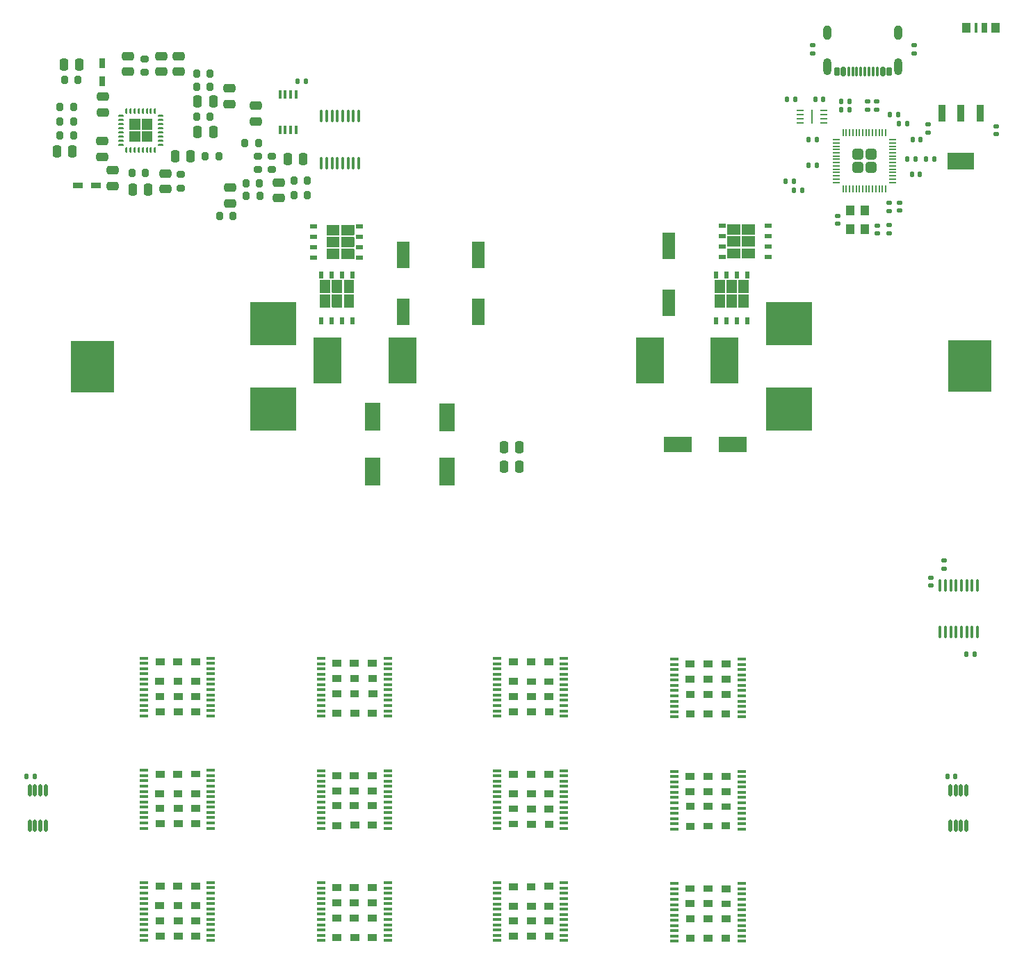
<source format=gbr>
%TF.GenerationSoftware,KiCad,Pcbnew,9.0.0*%
%TF.CreationDate,2025-03-15T22:01:35-04:00*%
%TF.ProjectId,emberone,656d6265-726f-46e6-952e-6b696361645f,rev?*%
%TF.SameCoordinates,Original*%
%TF.FileFunction,Paste,Top*%
%TF.FilePolarity,Positive*%
%FSLAX46Y46*%
G04 Gerber Fmt 4.6, Leading zero omitted, Abs format (unit mm)*
G04 Created by KiCad (PCBNEW 9.0.0) date 2025-03-15 22:01:35*
%MOMM*%
%LPD*%
G01*
G04 APERTURE LIST*
G04 Aperture macros list*
%AMRoundRect*
0 Rectangle with rounded corners*
0 $1 Rounding radius*
0 $2 $3 $4 $5 $6 $7 $8 $9 X,Y pos of 4 corners*
0 Add a 4 corners polygon primitive as box body*
4,1,4,$2,$3,$4,$5,$6,$7,$8,$9,$2,$3,0*
0 Add four circle primitives for the rounded corners*
1,1,$1+$1,$2,$3*
1,1,$1+$1,$4,$5*
1,1,$1+$1,$6,$7*
1,1,$1+$1,$8,$9*
0 Add four rect primitives between the rounded corners*
20,1,$1+$1,$2,$3,$4,$5,0*
20,1,$1+$1,$4,$5,$6,$7,0*
20,1,$1+$1,$6,$7,$8,$9,0*
20,1,$1+$1,$8,$9,$2,$3,0*%
G04 Aperture macros list end*
%ADD10C,0.000000*%
%ADD11C,0.001000*%
%ADD12RoundRect,0.050000X0.150000X-0.500000X0.150000X0.500000X-0.150000X0.500000X-0.150000X-0.500000X0*%
%ADD13RoundRect,0.050000X0.077000X0.254800X-0.077000X0.254800X-0.077000X-0.254800X0.077000X-0.254800X0*%
%ADD14RoundRect,0.050000X0.254800X-0.077000X0.254800X0.077000X-0.254800X0.077000X-0.254800X-0.077000X0*%
%ADD15RoundRect,0.100000X0.400000X0.100000X-0.400000X0.100000X-0.400000X-0.100000X0.400000X-0.100000X0*%
%ADD16RoundRect,0.100000X-0.400000X-0.100000X0.400000X-0.100000X0.400000X0.100000X-0.400000X0.100000X0*%
%ADD17RoundRect,0.135000X0.135000X0.185000X-0.135000X0.185000X-0.135000X-0.185000X0.135000X-0.185000X0*%
%ADD18RoundRect,0.200000X-0.200000X-0.275000X0.200000X-0.275000X0.200000X0.275000X-0.200000X0.275000X0*%
%ADD19RoundRect,0.250000X0.475000X-0.250000X0.475000X0.250000X-0.475000X0.250000X-0.475000X-0.250000X0*%
%ADD20R,1.905000X3.352800*%
%ADD21RoundRect,0.100000X0.100000X-0.637500X0.100000X0.637500X-0.100000X0.637500X-0.100000X-0.637500X0*%
%ADD22RoundRect,0.200000X0.275000X-0.200000X0.275000X0.200000X-0.275000X0.200000X-0.275000X-0.200000X0*%
%ADD23R,1.168400X0.711200*%
%ADD24RoundRect,0.200000X0.200000X0.275000X-0.200000X0.275000X-0.200000X-0.275000X0.200000X-0.275000X0*%
%ADD25R,0.509999X0.910001*%
%ADD26RoundRect,0.140000X0.140000X0.170000X-0.140000X0.170000X-0.140000X-0.170000X0.140000X-0.170000X0*%
%ADD27RoundRect,0.250000X-0.250000X-0.475000X0.250000X-0.475000X0.250000X0.475000X-0.250000X0.475000X0*%
%ADD28RoundRect,0.250000X-0.475000X0.250000X-0.475000X-0.250000X0.475000X-0.250000X0.475000X0.250000X0*%
%ADD29RoundRect,0.249999X-0.395001X-0.395001X0.395001X-0.395001X0.395001X0.395001X-0.395001X0.395001X0*%
%ADD30RoundRect,0.050000X-0.387500X-0.050000X0.387500X-0.050000X0.387500X0.050000X-0.387500X0.050000X0*%
%ADD31RoundRect,0.050000X-0.050000X-0.387500X0.050000X-0.387500X0.050000X0.387500X-0.050000X0.387500X0*%
%ADD32RoundRect,0.140000X0.170000X-0.140000X0.170000X0.140000X-0.170000X0.140000X-0.170000X-0.140000X0*%
%ADD33RoundRect,0.140000X-0.140000X-0.170000X0.140000X-0.170000X0.140000X0.170000X-0.140000X0.170000X0*%
%ADD34RoundRect,0.250000X0.250000X0.475000X-0.250000X0.475000X-0.250000X-0.475000X0.250000X-0.475000X0*%
%ADD35RoundRect,0.135000X0.185000X-0.135000X0.185000X0.135000X-0.185000X0.135000X-0.185000X-0.135000X0*%
%ADD36RoundRect,0.135000X-0.185000X0.135000X-0.185000X-0.135000X0.185000X-0.135000X0.185000X0.135000X0*%
%ADD37R,1.000000X1.200000*%
%ADD38R,0.700000X1.200000*%
%ADD39R,0.450000X1.200000*%
%ADD40RoundRect,0.112500X0.112500X-0.612500X0.112500X0.612500X-0.112500X0.612500X-0.112500X-0.612500X0*%
%ADD41R,3.352800X1.905000*%
%ADD42R,0.711200X1.168400*%
%ADD43R,5.588000X5.334000*%
%ADD44R,5.283200X6.350000*%
%ADD45R,0.950000X2.150000*%
%ADD46R,3.250000X2.150000*%
%ADD47RoundRect,0.200000X-0.275000X0.200000X-0.275000X-0.200000X0.275000X-0.200000X0.275000X0.200000X0*%
%ADD48RoundRect,0.150000X0.150000X0.400000X-0.150000X0.400000X-0.150000X-0.400000X0.150000X-0.400000X0*%
%ADD49RoundRect,0.150000X0.150000X0.425000X-0.150000X0.425000X-0.150000X-0.425000X0.150000X-0.425000X0*%
%ADD50RoundRect,0.075000X0.075000X0.500000X-0.075000X0.500000X-0.075000X-0.500000X0.075000X-0.500000X0*%
%ADD51O,1.000000X2.100000*%
%ADD52O,1.000000X1.800000*%
%ADD53RoundRect,0.140000X-0.170000X0.140000X-0.170000X-0.140000X0.170000X-0.140000X0.170000X0.140000X0*%
%ADD54R,0.812800X0.254000*%
%ADD55R,0.254000X1.651000*%
%ADD56R,1.498600X3.302000*%
%ADD57R,3.454400X5.588000*%
%ADD58RoundRect,0.135000X-0.135000X-0.185000X0.135000X-0.185000X0.135000X0.185000X-0.135000X0.185000X0*%
%ADD59R,1.100000X1.300000*%
%ADD60R,0.910001X0.509999*%
%ADD61RoundRect,0.100000X-0.100000X0.637500X-0.100000X-0.637500X0.100000X-0.637500X0.100000X0.637500X0*%
G04 APERTURE END LIST*
D10*
%TO.C,U1*%
G36*
X133914000Y-94676398D02*
G01*
X132618600Y-94676398D01*
X132618600Y-93380998D01*
X133914000Y-93380998D01*
X133914000Y-94676398D01*
G37*
G36*
X135409298Y-94676398D02*
G01*
X134113898Y-94676398D01*
X134113898Y-93380998D01*
X135409298Y-93380998D01*
X135409298Y-94676398D01*
G37*
G36*
X133914000Y-93181100D02*
G01*
X132618600Y-93181100D01*
X132618600Y-91885700D01*
X133914000Y-91885700D01*
X133914000Y-93181100D01*
G37*
G36*
X135409298Y-93181100D02*
G01*
X134113898Y-93181100D01*
X134113898Y-91885700D01*
X135409298Y-91885700D01*
X135409298Y-93181100D01*
G37*
%TO.C,U55*%
D11*
X161680000Y-175200000D02*
X162680000Y-175200000D01*
X162680000Y-175950000D01*
X161680000Y-175950000D01*
X161680000Y-175200000D01*
G36*
X161680000Y-175200000D02*
G01*
X162680000Y-175200000D01*
X162680000Y-175950000D01*
X161680000Y-175950000D01*
X161680000Y-175200000D01*
G37*
X161670000Y-173370000D02*
X162670000Y-173370000D01*
X162670000Y-174120000D01*
X161670000Y-174120000D01*
X161670000Y-173370000D01*
G36*
X161670000Y-173370000D02*
G01*
X162670000Y-173370000D01*
X162670000Y-174120000D01*
X161670000Y-174120000D01*
X161670000Y-173370000D01*
G37*
X161660000Y-171510000D02*
X162660000Y-171510000D01*
X162660000Y-172260000D01*
X161660000Y-172260000D01*
X161660000Y-171510000D01*
G36*
X161660000Y-171510000D02*
G01*
X162660000Y-171510000D01*
X162660000Y-172260000D01*
X161660000Y-172260000D01*
X161660000Y-171510000D01*
G37*
X161640000Y-177565000D02*
X162640000Y-177565000D01*
X162640000Y-178315000D01*
X161640000Y-178315000D01*
X161640000Y-177565000D01*
G36*
X161640000Y-177565000D02*
G01*
X162640000Y-177565000D01*
X162640000Y-178315000D01*
X161640000Y-178315000D01*
X161640000Y-177565000D01*
G37*
X159500000Y-177570000D02*
X160500000Y-177570000D01*
X160500000Y-178320000D01*
X159500000Y-178320000D01*
X159500000Y-177570000D01*
G36*
X159500000Y-177570000D02*
G01*
X160500000Y-177570000D01*
X160500000Y-178320000D01*
X159500000Y-178320000D01*
X159500000Y-177570000D01*
G37*
X159470000Y-175190000D02*
X160470000Y-175190000D01*
X160470000Y-175940000D01*
X159470000Y-175940000D01*
X159470000Y-175190000D01*
G36*
X159470000Y-175190000D02*
G01*
X160470000Y-175190000D01*
X160470000Y-175940000D01*
X159470000Y-175940000D01*
X159470000Y-175190000D01*
G37*
X159460000Y-173360000D02*
X160460000Y-173360000D01*
X160460000Y-174110000D01*
X159460000Y-174110000D01*
X159460000Y-173360000D01*
G36*
X159460000Y-173360000D02*
G01*
X160460000Y-173360000D01*
X160460000Y-174110000D01*
X159460000Y-174110000D01*
X159460000Y-173360000D01*
G37*
X159450000Y-171500000D02*
X160450000Y-171500000D01*
X160450000Y-172250000D01*
X159450000Y-172250000D01*
X159450000Y-171500000D01*
G36*
X159450000Y-171500000D02*
G01*
X160450000Y-171500000D01*
X160450000Y-172250000D01*
X159450000Y-172250000D01*
X159450000Y-171500000D01*
G37*
X157320000Y-177590000D02*
X158320000Y-177590000D01*
X158320000Y-178340000D01*
X157320000Y-178340000D01*
X157320000Y-177590000D01*
G36*
X157320000Y-177590000D02*
G01*
X158320000Y-177590000D01*
X158320000Y-178340000D01*
X157320000Y-178340000D01*
X157320000Y-177590000D01*
G37*
X157320000Y-175190000D02*
X158320000Y-175190000D01*
X158320000Y-175940000D01*
X157320000Y-175940000D01*
X157320000Y-175190000D01*
G36*
X157320000Y-175190000D02*
G01*
X158320000Y-175190000D01*
X158320000Y-175940000D01*
X157320000Y-175940000D01*
X157320000Y-175190000D01*
G37*
X157310000Y-173360000D02*
X158310000Y-173360000D01*
X158310000Y-174110000D01*
X157310000Y-174110000D01*
X157310000Y-173360000D01*
G36*
X157310000Y-173360000D02*
G01*
X158310000Y-173360000D01*
X158310000Y-174110000D01*
X157310000Y-174110000D01*
X157310000Y-173360000D01*
G37*
X157300000Y-171500000D02*
X158300000Y-171500000D01*
X158300000Y-172250000D01*
X157300000Y-172250000D01*
X157300000Y-171500000D01*
G36*
X157300000Y-171500000D02*
G01*
X158300000Y-171500000D01*
X158300000Y-172250000D01*
X157300000Y-172250000D01*
X157300000Y-171500000D01*
G37*
%TO.C,U46*%
X136770000Y-174450000D02*
X135770000Y-174450000D01*
X135770000Y-173700000D01*
X136770000Y-173700000D01*
X136770000Y-174450000D01*
G36*
X136770000Y-174450000D02*
G01*
X135770000Y-174450000D01*
X135770000Y-173700000D01*
X136770000Y-173700000D01*
X136770000Y-174450000D01*
G37*
X136780000Y-176280000D02*
X135780000Y-176280000D01*
X135780000Y-175530000D01*
X136780000Y-175530000D01*
X136780000Y-176280000D01*
G36*
X136780000Y-176280000D02*
G01*
X135780000Y-176280000D01*
X135780000Y-175530000D01*
X136780000Y-175530000D01*
X136780000Y-176280000D01*
G37*
X136790000Y-178140000D02*
X135790000Y-178140000D01*
X135790000Y-177390000D01*
X136790000Y-177390000D01*
X136790000Y-178140000D01*
G36*
X136790000Y-178140000D02*
G01*
X135790000Y-178140000D01*
X135790000Y-177390000D01*
X136790000Y-177390000D01*
X136790000Y-178140000D01*
G37*
X136810000Y-172085000D02*
X135810000Y-172085000D01*
X135810000Y-171335000D01*
X136810000Y-171335000D01*
X136810000Y-172085000D01*
G36*
X136810000Y-172085000D02*
G01*
X135810000Y-172085000D01*
X135810000Y-171335000D01*
X136810000Y-171335000D01*
X136810000Y-172085000D01*
G37*
X138950000Y-172080000D02*
X137950000Y-172080000D01*
X137950000Y-171330000D01*
X138950000Y-171330000D01*
X138950000Y-172080000D01*
G36*
X138950000Y-172080000D02*
G01*
X137950000Y-172080000D01*
X137950000Y-171330000D01*
X138950000Y-171330000D01*
X138950000Y-172080000D01*
G37*
X138980000Y-174460000D02*
X137980000Y-174460000D01*
X137980000Y-173710000D01*
X138980000Y-173710000D01*
X138980000Y-174460000D01*
G36*
X138980000Y-174460000D02*
G01*
X137980000Y-174460000D01*
X137980000Y-173710000D01*
X138980000Y-173710000D01*
X138980000Y-174460000D01*
G37*
X138990000Y-176290000D02*
X137990000Y-176290000D01*
X137990000Y-175540000D01*
X138990000Y-175540000D01*
X138990000Y-176290000D01*
G36*
X138990000Y-176290000D02*
G01*
X137990000Y-176290000D01*
X137990000Y-175540000D01*
X138990000Y-175540000D01*
X138990000Y-176290000D01*
G37*
X139000000Y-178150000D02*
X138000000Y-178150000D01*
X138000000Y-177400000D01*
X139000000Y-177400000D01*
X139000000Y-178150000D01*
G36*
X139000000Y-178150000D02*
G01*
X138000000Y-178150000D01*
X138000000Y-177400000D01*
X139000000Y-177400000D01*
X139000000Y-178150000D01*
G37*
X141130000Y-172060000D02*
X140130000Y-172060000D01*
X140130000Y-171310000D01*
X141130000Y-171310000D01*
X141130000Y-172060000D01*
G36*
X141130000Y-172060000D02*
G01*
X140130000Y-172060000D01*
X140130000Y-171310000D01*
X141130000Y-171310000D01*
X141130000Y-172060000D01*
G37*
X141130000Y-174460000D02*
X140130000Y-174460000D01*
X140130000Y-173710000D01*
X141130000Y-173710000D01*
X141130000Y-174460000D01*
G36*
X141130000Y-174460000D02*
G01*
X140130000Y-174460000D01*
X140130000Y-173710000D01*
X141130000Y-173710000D01*
X141130000Y-174460000D01*
G37*
X141140000Y-176290000D02*
X140140000Y-176290000D01*
X140140000Y-175540000D01*
X141140000Y-175540000D01*
X141140000Y-176290000D01*
G36*
X141140000Y-176290000D02*
G01*
X140140000Y-176290000D01*
X140140000Y-175540000D01*
X141140000Y-175540000D01*
X141140000Y-176290000D01*
G37*
X141150000Y-178150000D02*
X140150000Y-178150000D01*
X140150000Y-177400000D01*
X141150000Y-177400000D01*
X141150000Y-178150000D01*
G36*
X141150000Y-178150000D02*
G01*
X140150000Y-178150000D01*
X140150000Y-177400000D01*
X141150000Y-177400000D01*
X141150000Y-178150000D01*
G37*
%TO.C,U64*%
X179810000Y-174470000D02*
X178810000Y-174470000D01*
X178810000Y-173720000D01*
X179810000Y-173720000D01*
X179810000Y-174470000D01*
G36*
X179810000Y-174470000D02*
G01*
X178810000Y-174470000D01*
X178810000Y-173720000D01*
X179810000Y-173720000D01*
X179810000Y-174470000D01*
G37*
X179820000Y-176300000D02*
X178820000Y-176300000D01*
X178820000Y-175550000D01*
X179820000Y-175550000D01*
X179820000Y-176300000D01*
G36*
X179820000Y-176300000D02*
G01*
X178820000Y-176300000D01*
X178820000Y-175550000D01*
X179820000Y-175550000D01*
X179820000Y-176300000D01*
G37*
X179830000Y-178160000D02*
X178830000Y-178160000D01*
X178830000Y-177410000D01*
X179830000Y-177410000D01*
X179830000Y-178160000D01*
G36*
X179830000Y-178160000D02*
G01*
X178830000Y-178160000D01*
X178830000Y-177410000D01*
X179830000Y-177410000D01*
X179830000Y-178160000D01*
G37*
X179850000Y-172105000D02*
X178850000Y-172105000D01*
X178850000Y-171355000D01*
X179850000Y-171355000D01*
X179850000Y-172105000D01*
G36*
X179850000Y-172105000D02*
G01*
X178850000Y-172105000D01*
X178850000Y-171355000D01*
X179850000Y-171355000D01*
X179850000Y-172105000D01*
G37*
X181990000Y-172100000D02*
X180990000Y-172100000D01*
X180990000Y-171350000D01*
X181990000Y-171350000D01*
X181990000Y-172100000D01*
G36*
X181990000Y-172100000D02*
G01*
X180990000Y-172100000D01*
X180990000Y-171350000D01*
X181990000Y-171350000D01*
X181990000Y-172100000D01*
G37*
X182020000Y-174480000D02*
X181020000Y-174480000D01*
X181020000Y-173730000D01*
X182020000Y-173730000D01*
X182020000Y-174480000D01*
G36*
X182020000Y-174480000D02*
G01*
X181020000Y-174480000D01*
X181020000Y-173730000D01*
X182020000Y-173730000D01*
X182020000Y-174480000D01*
G37*
X182030000Y-176310000D02*
X181030000Y-176310000D01*
X181030000Y-175560000D01*
X182030000Y-175560000D01*
X182030000Y-176310000D01*
G36*
X182030000Y-176310000D02*
G01*
X181030000Y-176310000D01*
X181030000Y-175560000D01*
X182030000Y-175560000D01*
X182030000Y-176310000D01*
G37*
X182040000Y-178170000D02*
X181040000Y-178170000D01*
X181040000Y-177420000D01*
X182040000Y-177420000D01*
X182040000Y-178170000D01*
G36*
X182040000Y-178170000D02*
G01*
X181040000Y-178170000D01*
X181040000Y-177420000D01*
X182040000Y-177420000D01*
X182040000Y-178170000D01*
G37*
X184170000Y-172080000D02*
X183170000Y-172080000D01*
X183170000Y-171330000D01*
X184170000Y-171330000D01*
X184170000Y-172080000D01*
G36*
X184170000Y-172080000D02*
G01*
X183170000Y-172080000D01*
X183170000Y-171330000D01*
X184170000Y-171330000D01*
X184170000Y-172080000D01*
G37*
X184170000Y-174480000D02*
X183170000Y-174480000D01*
X183170000Y-173730000D01*
X184170000Y-173730000D01*
X184170000Y-174480000D01*
G36*
X184170000Y-174480000D02*
G01*
X183170000Y-174480000D01*
X183170000Y-173730000D01*
X184170000Y-173730000D01*
X184170000Y-174480000D01*
G37*
X184180000Y-176310000D02*
X183180000Y-176310000D01*
X183180000Y-175560000D01*
X184180000Y-175560000D01*
X184180000Y-176310000D01*
G36*
X184180000Y-176310000D02*
G01*
X183180000Y-176310000D01*
X183180000Y-175560000D01*
X184180000Y-175560000D01*
X184180000Y-176310000D01*
G37*
X184190000Y-178170000D02*
X183190000Y-178170000D01*
X183190000Y-177420000D01*
X184190000Y-177420000D01*
X184190000Y-178170000D01*
G36*
X184190000Y-178170000D02*
G01*
X183190000Y-178170000D01*
X183190000Y-177420000D01*
X184190000Y-177420000D01*
X184190000Y-178170000D01*
G37*
%TO.C,U73*%
X204740000Y-175290000D02*
X205740000Y-175290000D01*
X205740000Y-176040000D01*
X204740000Y-176040000D01*
X204740000Y-175290000D01*
G36*
X204740000Y-175290000D02*
G01*
X205740000Y-175290000D01*
X205740000Y-176040000D01*
X204740000Y-176040000D01*
X204740000Y-175290000D01*
G37*
X204730000Y-173460000D02*
X205730000Y-173460000D01*
X205730000Y-174210000D01*
X204730000Y-174210000D01*
X204730000Y-173460000D01*
G36*
X204730000Y-173460000D02*
G01*
X205730000Y-173460000D01*
X205730000Y-174210000D01*
X204730000Y-174210000D01*
X204730000Y-173460000D01*
G37*
X204720000Y-171600000D02*
X205720000Y-171600000D01*
X205720000Y-172350000D01*
X204720000Y-172350000D01*
X204720000Y-171600000D01*
G36*
X204720000Y-171600000D02*
G01*
X205720000Y-171600000D01*
X205720000Y-172350000D01*
X204720000Y-172350000D01*
X204720000Y-171600000D01*
G37*
X204700000Y-177655000D02*
X205700000Y-177655000D01*
X205700000Y-178405000D01*
X204700000Y-178405000D01*
X204700000Y-177655000D01*
G36*
X204700000Y-177655000D02*
G01*
X205700000Y-177655000D01*
X205700000Y-178405000D01*
X204700000Y-178405000D01*
X204700000Y-177655000D01*
G37*
X202560000Y-177660000D02*
X203560000Y-177660000D01*
X203560000Y-178410000D01*
X202560000Y-178410000D01*
X202560000Y-177660000D01*
G36*
X202560000Y-177660000D02*
G01*
X203560000Y-177660000D01*
X203560000Y-178410000D01*
X202560000Y-178410000D01*
X202560000Y-177660000D01*
G37*
X202530000Y-175280000D02*
X203530000Y-175280000D01*
X203530000Y-176030000D01*
X202530000Y-176030000D01*
X202530000Y-175280000D01*
G36*
X202530000Y-175280000D02*
G01*
X203530000Y-175280000D01*
X203530000Y-176030000D01*
X202530000Y-176030000D01*
X202530000Y-175280000D01*
G37*
X202520000Y-173450000D02*
X203520000Y-173450000D01*
X203520000Y-174200000D01*
X202520000Y-174200000D01*
X202520000Y-173450000D01*
G36*
X202520000Y-173450000D02*
G01*
X203520000Y-173450000D01*
X203520000Y-174200000D01*
X202520000Y-174200000D01*
X202520000Y-173450000D01*
G37*
X202510000Y-171590000D02*
X203510000Y-171590000D01*
X203510000Y-172340000D01*
X202510000Y-172340000D01*
X202510000Y-171590000D01*
G36*
X202510000Y-171590000D02*
G01*
X203510000Y-171590000D01*
X203510000Y-172340000D01*
X202510000Y-172340000D01*
X202510000Y-171590000D01*
G37*
X200380000Y-177680000D02*
X201380000Y-177680000D01*
X201380000Y-178430000D01*
X200380000Y-178430000D01*
X200380000Y-177680000D01*
G36*
X200380000Y-177680000D02*
G01*
X201380000Y-177680000D01*
X201380000Y-178430000D01*
X200380000Y-178430000D01*
X200380000Y-177680000D01*
G37*
X200380000Y-175280000D02*
X201380000Y-175280000D01*
X201380000Y-176030000D01*
X200380000Y-176030000D01*
X200380000Y-175280000D01*
G36*
X200380000Y-175280000D02*
G01*
X201380000Y-175280000D01*
X201380000Y-176030000D01*
X200380000Y-176030000D01*
X200380000Y-175280000D01*
G37*
X200370000Y-173450000D02*
X201370000Y-173450000D01*
X201370000Y-174200000D01*
X200370000Y-174200000D01*
X200370000Y-173450000D01*
G36*
X200370000Y-173450000D02*
G01*
X201370000Y-173450000D01*
X201370000Y-174200000D01*
X200370000Y-174200000D01*
X200370000Y-173450000D01*
G37*
X200360000Y-171590000D02*
X201360000Y-171590000D01*
X201360000Y-172340000D01*
X200360000Y-172340000D01*
X200360000Y-171590000D01*
G36*
X200360000Y-171590000D02*
G01*
X201360000Y-171590000D01*
X201360000Y-172340000D01*
X200360000Y-172340000D01*
X200360000Y-171590000D01*
G37*
%TO.C,U65*%
X179810000Y-188160000D02*
X178810000Y-188160000D01*
X178810000Y-187410000D01*
X179810000Y-187410000D01*
X179810000Y-188160000D01*
G36*
X179810000Y-188160000D02*
G01*
X178810000Y-188160000D01*
X178810000Y-187410000D01*
X179810000Y-187410000D01*
X179810000Y-188160000D01*
G37*
X179820000Y-189990000D02*
X178820000Y-189990000D01*
X178820000Y-189240000D01*
X179820000Y-189240000D01*
X179820000Y-189990000D01*
G36*
X179820000Y-189990000D02*
G01*
X178820000Y-189990000D01*
X178820000Y-189240000D01*
X179820000Y-189240000D01*
X179820000Y-189990000D01*
G37*
X179830000Y-191850000D02*
X178830000Y-191850000D01*
X178830000Y-191100000D01*
X179830000Y-191100000D01*
X179830000Y-191850000D01*
G36*
X179830000Y-191850000D02*
G01*
X178830000Y-191850000D01*
X178830000Y-191100000D01*
X179830000Y-191100000D01*
X179830000Y-191850000D01*
G37*
X179850000Y-185795000D02*
X178850000Y-185795000D01*
X178850000Y-185045000D01*
X179850000Y-185045000D01*
X179850000Y-185795000D01*
G36*
X179850000Y-185795000D02*
G01*
X178850000Y-185795000D01*
X178850000Y-185045000D01*
X179850000Y-185045000D01*
X179850000Y-185795000D01*
G37*
X181990000Y-185790000D02*
X180990000Y-185790000D01*
X180990000Y-185040000D01*
X181990000Y-185040000D01*
X181990000Y-185790000D01*
G36*
X181990000Y-185790000D02*
G01*
X180990000Y-185790000D01*
X180990000Y-185040000D01*
X181990000Y-185040000D01*
X181990000Y-185790000D01*
G37*
X182020000Y-188170000D02*
X181020000Y-188170000D01*
X181020000Y-187420000D01*
X182020000Y-187420000D01*
X182020000Y-188170000D01*
G36*
X182020000Y-188170000D02*
G01*
X181020000Y-188170000D01*
X181020000Y-187420000D01*
X182020000Y-187420000D01*
X182020000Y-188170000D01*
G37*
X182030000Y-190000000D02*
X181030000Y-190000000D01*
X181030000Y-189250000D01*
X182030000Y-189250000D01*
X182030000Y-190000000D01*
G36*
X182030000Y-190000000D02*
G01*
X181030000Y-190000000D01*
X181030000Y-189250000D01*
X182030000Y-189250000D01*
X182030000Y-190000000D01*
G37*
X182040000Y-191860000D02*
X181040000Y-191860000D01*
X181040000Y-191110000D01*
X182040000Y-191110000D01*
X182040000Y-191860000D01*
G36*
X182040000Y-191860000D02*
G01*
X181040000Y-191860000D01*
X181040000Y-191110000D01*
X182040000Y-191110000D01*
X182040000Y-191860000D01*
G37*
X184170000Y-185770000D02*
X183170000Y-185770000D01*
X183170000Y-185020000D01*
X184170000Y-185020000D01*
X184170000Y-185770000D01*
G36*
X184170000Y-185770000D02*
G01*
X183170000Y-185770000D01*
X183170000Y-185020000D01*
X184170000Y-185020000D01*
X184170000Y-185770000D01*
G37*
X184170000Y-188170000D02*
X183170000Y-188170000D01*
X183170000Y-187420000D01*
X184170000Y-187420000D01*
X184170000Y-188170000D01*
G36*
X184170000Y-188170000D02*
G01*
X183170000Y-188170000D01*
X183170000Y-187420000D01*
X184170000Y-187420000D01*
X184170000Y-188170000D01*
G37*
X184180000Y-190000000D02*
X183180000Y-190000000D01*
X183180000Y-189250000D01*
X184180000Y-189250000D01*
X184180000Y-190000000D01*
G36*
X184180000Y-190000000D02*
G01*
X183180000Y-190000000D01*
X183180000Y-189250000D01*
X184180000Y-189250000D01*
X184180000Y-190000000D01*
G37*
X184190000Y-191860000D02*
X183190000Y-191860000D01*
X183190000Y-191110000D01*
X184190000Y-191110000D01*
X184190000Y-191860000D01*
G36*
X184190000Y-191860000D02*
G01*
X183190000Y-191860000D01*
X183190000Y-191110000D01*
X184190000Y-191110000D01*
X184190000Y-191860000D01*
G37*
%TO.C,U47*%
X136770000Y-188130000D02*
X135770000Y-188130000D01*
X135770000Y-187380000D01*
X136770000Y-187380000D01*
X136770000Y-188130000D01*
G36*
X136770000Y-188130000D02*
G01*
X135770000Y-188130000D01*
X135770000Y-187380000D01*
X136770000Y-187380000D01*
X136770000Y-188130000D01*
G37*
X136780000Y-189960000D02*
X135780000Y-189960000D01*
X135780000Y-189210000D01*
X136780000Y-189210000D01*
X136780000Y-189960000D01*
G36*
X136780000Y-189960000D02*
G01*
X135780000Y-189960000D01*
X135780000Y-189210000D01*
X136780000Y-189210000D01*
X136780000Y-189960000D01*
G37*
X136790000Y-191820000D02*
X135790000Y-191820000D01*
X135790000Y-191070000D01*
X136790000Y-191070000D01*
X136790000Y-191820000D01*
G36*
X136790000Y-191820000D02*
G01*
X135790000Y-191820000D01*
X135790000Y-191070000D01*
X136790000Y-191070000D01*
X136790000Y-191820000D01*
G37*
X136810000Y-185765000D02*
X135810000Y-185765000D01*
X135810000Y-185015000D01*
X136810000Y-185015000D01*
X136810000Y-185765000D01*
G36*
X136810000Y-185765000D02*
G01*
X135810000Y-185765000D01*
X135810000Y-185015000D01*
X136810000Y-185015000D01*
X136810000Y-185765000D01*
G37*
X138950000Y-185760000D02*
X137950000Y-185760000D01*
X137950000Y-185010000D01*
X138950000Y-185010000D01*
X138950000Y-185760000D01*
G36*
X138950000Y-185760000D02*
G01*
X137950000Y-185760000D01*
X137950000Y-185010000D01*
X138950000Y-185010000D01*
X138950000Y-185760000D01*
G37*
X138980000Y-188140000D02*
X137980000Y-188140000D01*
X137980000Y-187390000D01*
X138980000Y-187390000D01*
X138980000Y-188140000D01*
G36*
X138980000Y-188140000D02*
G01*
X137980000Y-188140000D01*
X137980000Y-187390000D01*
X138980000Y-187390000D01*
X138980000Y-188140000D01*
G37*
X138990000Y-189970000D02*
X137990000Y-189970000D01*
X137990000Y-189220000D01*
X138990000Y-189220000D01*
X138990000Y-189970000D01*
G36*
X138990000Y-189970000D02*
G01*
X137990000Y-189970000D01*
X137990000Y-189220000D01*
X138990000Y-189220000D01*
X138990000Y-189970000D01*
G37*
X139000000Y-191830000D02*
X138000000Y-191830000D01*
X138000000Y-191080000D01*
X139000000Y-191080000D01*
X139000000Y-191830000D01*
G36*
X139000000Y-191830000D02*
G01*
X138000000Y-191830000D01*
X138000000Y-191080000D01*
X139000000Y-191080000D01*
X139000000Y-191830000D01*
G37*
X141130000Y-185740000D02*
X140130000Y-185740000D01*
X140130000Y-184990000D01*
X141130000Y-184990000D01*
X141130000Y-185740000D01*
G36*
X141130000Y-185740000D02*
G01*
X140130000Y-185740000D01*
X140130000Y-184990000D01*
X141130000Y-184990000D01*
X141130000Y-185740000D01*
G37*
X141130000Y-188140000D02*
X140130000Y-188140000D01*
X140130000Y-187390000D01*
X141130000Y-187390000D01*
X141130000Y-188140000D01*
G36*
X141130000Y-188140000D02*
G01*
X140130000Y-188140000D01*
X140130000Y-187390000D01*
X141130000Y-187390000D01*
X141130000Y-188140000D01*
G37*
X141140000Y-189970000D02*
X140140000Y-189970000D01*
X140140000Y-189220000D01*
X141140000Y-189220000D01*
X141140000Y-189970000D01*
G36*
X141140000Y-189970000D02*
G01*
X140140000Y-189970000D01*
X140140000Y-189220000D01*
X141140000Y-189220000D01*
X141140000Y-189970000D01*
G37*
X141150000Y-191830000D02*
X140150000Y-191830000D01*
X140150000Y-191080000D01*
X141150000Y-191080000D01*
X141150000Y-191830000D01*
G36*
X141150000Y-191830000D02*
G01*
X140150000Y-191830000D01*
X140150000Y-191080000D01*
X141150000Y-191080000D01*
X141150000Y-191830000D01*
G37*
%TO.C,U74*%
X204740000Y-161610000D02*
X205740000Y-161610000D01*
X205740000Y-162360000D01*
X204740000Y-162360000D01*
X204740000Y-161610000D01*
G36*
X204740000Y-161610000D02*
G01*
X205740000Y-161610000D01*
X205740000Y-162360000D01*
X204740000Y-162360000D01*
X204740000Y-161610000D01*
G37*
X204730000Y-159780000D02*
X205730000Y-159780000D01*
X205730000Y-160530000D01*
X204730000Y-160530000D01*
X204730000Y-159780000D01*
G36*
X204730000Y-159780000D02*
G01*
X205730000Y-159780000D01*
X205730000Y-160530000D01*
X204730000Y-160530000D01*
X204730000Y-159780000D01*
G37*
X204720000Y-157920000D02*
X205720000Y-157920000D01*
X205720000Y-158670000D01*
X204720000Y-158670000D01*
X204720000Y-157920000D01*
G36*
X204720000Y-157920000D02*
G01*
X205720000Y-157920000D01*
X205720000Y-158670000D01*
X204720000Y-158670000D01*
X204720000Y-157920000D01*
G37*
X204700000Y-163975000D02*
X205700000Y-163975000D01*
X205700000Y-164725000D01*
X204700000Y-164725000D01*
X204700000Y-163975000D01*
G36*
X204700000Y-163975000D02*
G01*
X205700000Y-163975000D01*
X205700000Y-164725000D01*
X204700000Y-164725000D01*
X204700000Y-163975000D01*
G37*
X202560000Y-163980000D02*
X203560000Y-163980000D01*
X203560000Y-164730000D01*
X202560000Y-164730000D01*
X202560000Y-163980000D01*
G36*
X202560000Y-163980000D02*
G01*
X203560000Y-163980000D01*
X203560000Y-164730000D01*
X202560000Y-164730000D01*
X202560000Y-163980000D01*
G37*
X202530000Y-161600000D02*
X203530000Y-161600000D01*
X203530000Y-162350000D01*
X202530000Y-162350000D01*
X202530000Y-161600000D01*
G36*
X202530000Y-161600000D02*
G01*
X203530000Y-161600000D01*
X203530000Y-162350000D01*
X202530000Y-162350000D01*
X202530000Y-161600000D01*
G37*
X202520000Y-159770000D02*
X203520000Y-159770000D01*
X203520000Y-160520000D01*
X202520000Y-160520000D01*
X202520000Y-159770000D01*
G36*
X202520000Y-159770000D02*
G01*
X203520000Y-159770000D01*
X203520000Y-160520000D01*
X202520000Y-160520000D01*
X202520000Y-159770000D01*
G37*
X202510000Y-157910000D02*
X203510000Y-157910000D01*
X203510000Y-158660000D01*
X202510000Y-158660000D01*
X202510000Y-157910000D01*
G36*
X202510000Y-157910000D02*
G01*
X203510000Y-157910000D01*
X203510000Y-158660000D01*
X202510000Y-158660000D01*
X202510000Y-157910000D01*
G37*
X200380000Y-164000000D02*
X201380000Y-164000000D01*
X201380000Y-164750000D01*
X200380000Y-164750000D01*
X200380000Y-164000000D01*
G36*
X200380000Y-164000000D02*
G01*
X201380000Y-164000000D01*
X201380000Y-164750000D01*
X200380000Y-164750000D01*
X200380000Y-164000000D01*
G37*
X200380000Y-161600000D02*
X201380000Y-161600000D01*
X201380000Y-162350000D01*
X200380000Y-162350000D01*
X200380000Y-161600000D01*
G36*
X200380000Y-161600000D02*
G01*
X201380000Y-161600000D01*
X201380000Y-162350000D01*
X200380000Y-162350000D01*
X200380000Y-161600000D01*
G37*
X200370000Y-159770000D02*
X201370000Y-159770000D01*
X201370000Y-160520000D01*
X200370000Y-160520000D01*
X200370000Y-159770000D01*
G36*
X200370000Y-159770000D02*
G01*
X201370000Y-159770000D01*
X201370000Y-160520000D01*
X200370000Y-160520000D01*
X200370000Y-159770000D01*
G37*
X200360000Y-157910000D02*
X201360000Y-157910000D01*
X201360000Y-158660000D01*
X200360000Y-158660000D01*
X200360000Y-157910000D01*
G36*
X200360000Y-157910000D02*
G01*
X201360000Y-157910000D01*
X201360000Y-158660000D01*
X200360000Y-158660000D01*
X200360000Y-157910000D01*
G37*
%TO.C,U54*%
X161680000Y-188870000D02*
X162680000Y-188870000D01*
X162680000Y-189620000D01*
X161680000Y-189620000D01*
X161680000Y-188870000D01*
G36*
X161680000Y-188870000D02*
G01*
X162680000Y-188870000D01*
X162680000Y-189620000D01*
X161680000Y-189620000D01*
X161680000Y-188870000D01*
G37*
X161670000Y-187040000D02*
X162670000Y-187040000D01*
X162670000Y-187790000D01*
X161670000Y-187790000D01*
X161670000Y-187040000D01*
G36*
X161670000Y-187040000D02*
G01*
X162670000Y-187040000D01*
X162670000Y-187790000D01*
X161670000Y-187790000D01*
X161670000Y-187040000D01*
G37*
X161660000Y-185180000D02*
X162660000Y-185180000D01*
X162660000Y-185930000D01*
X161660000Y-185930000D01*
X161660000Y-185180000D01*
G36*
X161660000Y-185180000D02*
G01*
X162660000Y-185180000D01*
X162660000Y-185930000D01*
X161660000Y-185930000D01*
X161660000Y-185180000D01*
G37*
X161640000Y-191235000D02*
X162640000Y-191235000D01*
X162640000Y-191985000D01*
X161640000Y-191985000D01*
X161640000Y-191235000D01*
G36*
X161640000Y-191235000D02*
G01*
X162640000Y-191235000D01*
X162640000Y-191985000D01*
X161640000Y-191985000D01*
X161640000Y-191235000D01*
G37*
X159500000Y-191240000D02*
X160500000Y-191240000D01*
X160500000Y-191990000D01*
X159500000Y-191990000D01*
X159500000Y-191240000D01*
G36*
X159500000Y-191240000D02*
G01*
X160500000Y-191240000D01*
X160500000Y-191990000D01*
X159500000Y-191990000D01*
X159500000Y-191240000D01*
G37*
X159470000Y-188860000D02*
X160470000Y-188860000D01*
X160470000Y-189610000D01*
X159470000Y-189610000D01*
X159470000Y-188860000D01*
G36*
X159470000Y-188860000D02*
G01*
X160470000Y-188860000D01*
X160470000Y-189610000D01*
X159470000Y-189610000D01*
X159470000Y-188860000D01*
G37*
X159460000Y-187030000D02*
X160460000Y-187030000D01*
X160460000Y-187780000D01*
X159460000Y-187780000D01*
X159460000Y-187030000D01*
G36*
X159460000Y-187030000D02*
G01*
X160460000Y-187030000D01*
X160460000Y-187780000D01*
X159460000Y-187780000D01*
X159460000Y-187030000D01*
G37*
X159450000Y-185170000D02*
X160450000Y-185170000D01*
X160450000Y-185920000D01*
X159450000Y-185920000D01*
X159450000Y-185170000D01*
G36*
X159450000Y-185170000D02*
G01*
X160450000Y-185170000D01*
X160450000Y-185920000D01*
X159450000Y-185920000D01*
X159450000Y-185170000D01*
G37*
X157320000Y-191260000D02*
X158320000Y-191260000D01*
X158320000Y-192010000D01*
X157320000Y-192010000D01*
X157320000Y-191260000D01*
G36*
X157320000Y-191260000D02*
G01*
X158320000Y-191260000D01*
X158320000Y-192010000D01*
X157320000Y-192010000D01*
X157320000Y-191260000D01*
G37*
X157320000Y-188860000D02*
X158320000Y-188860000D01*
X158320000Y-189610000D01*
X157320000Y-189610000D01*
X157320000Y-188860000D01*
G36*
X157320000Y-188860000D02*
G01*
X158320000Y-188860000D01*
X158320000Y-189610000D01*
X157320000Y-189610000D01*
X157320000Y-188860000D01*
G37*
X157310000Y-187030000D02*
X158310000Y-187030000D01*
X158310000Y-187780000D01*
X157310000Y-187780000D01*
X157310000Y-187030000D01*
G36*
X157310000Y-187030000D02*
G01*
X158310000Y-187030000D01*
X158310000Y-187780000D01*
X157310000Y-187780000D01*
X157310000Y-187030000D01*
G37*
X157300000Y-185170000D02*
X158300000Y-185170000D01*
X158300000Y-185920000D01*
X157300000Y-185920000D01*
X157300000Y-185170000D01*
G36*
X157300000Y-185170000D02*
G01*
X158300000Y-185170000D01*
X158300000Y-185920000D01*
X157300000Y-185920000D01*
X157300000Y-185170000D01*
G37*
%TO.C,U45*%
X136770000Y-160760000D02*
X135770000Y-160760000D01*
X135770000Y-160010000D01*
X136770000Y-160010000D01*
X136770000Y-160760000D01*
G36*
X136770000Y-160760000D02*
G01*
X135770000Y-160760000D01*
X135770000Y-160010000D01*
X136770000Y-160010000D01*
X136770000Y-160760000D01*
G37*
X136780000Y-162590000D02*
X135780000Y-162590000D01*
X135780000Y-161840000D01*
X136780000Y-161840000D01*
X136780000Y-162590000D01*
G36*
X136780000Y-162590000D02*
G01*
X135780000Y-162590000D01*
X135780000Y-161840000D01*
X136780000Y-161840000D01*
X136780000Y-162590000D01*
G37*
X136790000Y-164450000D02*
X135790000Y-164450000D01*
X135790000Y-163700000D01*
X136790000Y-163700000D01*
X136790000Y-164450000D01*
G36*
X136790000Y-164450000D02*
G01*
X135790000Y-164450000D01*
X135790000Y-163700000D01*
X136790000Y-163700000D01*
X136790000Y-164450000D01*
G37*
X136810000Y-158395000D02*
X135810000Y-158395000D01*
X135810000Y-157645000D01*
X136810000Y-157645000D01*
X136810000Y-158395000D01*
G36*
X136810000Y-158395000D02*
G01*
X135810000Y-158395000D01*
X135810000Y-157645000D01*
X136810000Y-157645000D01*
X136810000Y-158395000D01*
G37*
X138950000Y-158390000D02*
X137950000Y-158390000D01*
X137950000Y-157640000D01*
X138950000Y-157640000D01*
X138950000Y-158390000D01*
G36*
X138950000Y-158390000D02*
G01*
X137950000Y-158390000D01*
X137950000Y-157640000D01*
X138950000Y-157640000D01*
X138950000Y-158390000D01*
G37*
X138980000Y-160770000D02*
X137980000Y-160770000D01*
X137980000Y-160020000D01*
X138980000Y-160020000D01*
X138980000Y-160770000D01*
G36*
X138980000Y-160770000D02*
G01*
X137980000Y-160770000D01*
X137980000Y-160020000D01*
X138980000Y-160020000D01*
X138980000Y-160770000D01*
G37*
X138990000Y-162600000D02*
X137990000Y-162600000D01*
X137990000Y-161850000D01*
X138990000Y-161850000D01*
X138990000Y-162600000D01*
G36*
X138990000Y-162600000D02*
G01*
X137990000Y-162600000D01*
X137990000Y-161850000D01*
X138990000Y-161850000D01*
X138990000Y-162600000D01*
G37*
X139000000Y-164460000D02*
X138000000Y-164460000D01*
X138000000Y-163710000D01*
X139000000Y-163710000D01*
X139000000Y-164460000D01*
G36*
X139000000Y-164460000D02*
G01*
X138000000Y-164460000D01*
X138000000Y-163710000D01*
X139000000Y-163710000D01*
X139000000Y-164460000D01*
G37*
X141130000Y-158370000D02*
X140130000Y-158370000D01*
X140130000Y-157620000D01*
X141130000Y-157620000D01*
X141130000Y-158370000D01*
G36*
X141130000Y-158370000D02*
G01*
X140130000Y-158370000D01*
X140130000Y-157620000D01*
X141130000Y-157620000D01*
X141130000Y-158370000D01*
G37*
X141130000Y-160770000D02*
X140130000Y-160770000D01*
X140130000Y-160020000D01*
X141130000Y-160020000D01*
X141130000Y-160770000D01*
G36*
X141130000Y-160770000D02*
G01*
X140130000Y-160770000D01*
X140130000Y-160020000D01*
X141130000Y-160020000D01*
X141130000Y-160770000D01*
G37*
X141140000Y-162600000D02*
X140140000Y-162600000D01*
X140140000Y-161850000D01*
X141140000Y-161850000D01*
X141140000Y-162600000D01*
G36*
X141140000Y-162600000D02*
G01*
X140140000Y-162600000D01*
X140140000Y-161850000D01*
X141140000Y-161850000D01*
X141140000Y-162600000D01*
G37*
X141150000Y-164460000D02*
X140150000Y-164460000D01*
X140150000Y-163710000D01*
X141150000Y-163710000D01*
X141150000Y-164460000D01*
G36*
X141150000Y-164460000D02*
G01*
X140150000Y-164460000D01*
X140150000Y-163710000D01*
X141150000Y-163710000D01*
X141150000Y-164460000D01*
G37*
%TO.C,U72*%
X204740000Y-188980000D02*
X205740000Y-188980000D01*
X205740000Y-189730000D01*
X204740000Y-189730000D01*
X204740000Y-188980000D01*
G36*
X204740000Y-188980000D02*
G01*
X205740000Y-188980000D01*
X205740000Y-189730000D01*
X204740000Y-189730000D01*
X204740000Y-188980000D01*
G37*
X204730000Y-187150000D02*
X205730000Y-187150000D01*
X205730000Y-187900000D01*
X204730000Y-187900000D01*
X204730000Y-187150000D01*
G36*
X204730000Y-187150000D02*
G01*
X205730000Y-187150000D01*
X205730000Y-187900000D01*
X204730000Y-187900000D01*
X204730000Y-187150000D01*
G37*
X204720000Y-185290000D02*
X205720000Y-185290000D01*
X205720000Y-186040000D01*
X204720000Y-186040000D01*
X204720000Y-185290000D01*
G36*
X204720000Y-185290000D02*
G01*
X205720000Y-185290000D01*
X205720000Y-186040000D01*
X204720000Y-186040000D01*
X204720000Y-185290000D01*
G37*
X204700000Y-191345000D02*
X205700000Y-191345000D01*
X205700000Y-192095000D01*
X204700000Y-192095000D01*
X204700000Y-191345000D01*
G36*
X204700000Y-191345000D02*
G01*
X205700000Y-191345000D01*
X205700000Y-192095000D01*
X204700000Y-192095000D01*
X204700000Y-191345000D01*
G37*
X202560000Y-191350000D02*
X203560000Y-191350000D01*
X203560000Y-192100000D01*
X202560000Y-192100000D01*
X202560000Y-191350000D01*
G36*
X202560000Y-191350000D02*
G01*
X203560000Y-191350000D01*
X203560000Y-192100000D01*
X202560000Y-192100000D01*
X202560000Y-191350000D01*
G37*
X202530000Y-188970000D02*
X203530000Y-188970000D01*
X203530000Y-189720000D01*
X202530000Y-189720000D01*
X202530000Y-188970000D01*
G36*
X202530000Y-188970000D02*
G01*
X203530000Y-188970000D01*
X203530000Y-189720000D01*
X202530000Y-189720000D01*
X202530000Y-188970000D01*
G37*
X202520000Y-187140000D02*
X203520000Y-187140000D01*
X203520000Y-187890000D01*
X202520000Y-187890000D01*
X202520000Y-187140000D01*
G36*
X202520000Y-187140000D02*
G01*
X203520000Y-187140000D01*
X203520000Y-187890000D01*
X202520000Y-187890000D01*
X202520000Y-187140000D01*
G37*
X202510000Y-185280000D02*
X203510000Y-185280000D01*
X203510000Y-186030000D01*
X202510000Y-186030000D01*
X202510000Y-185280000D01*
G36*
X202510000Y-185280000D02*
G01*
X203510000Y-185280000D01*
X203510000Y-186030000D01*
X202510000Y-186030000D01*
X202510000Y-185280000D01*
G37*
X200380000Y-191370000D02*
X201380000Y-191370000D01*
X201380000Y-192120000D01*
X200380000Y-192120000D01*
X200380000Y-191370000D01*
G36*
X200380000Y-191370000D02*
G01*
X201380000Y-191370000D01*
X201380000Y-192120000D01*
X200380000Y-192120000D01*
X200380000Y-191370000D01*
G37*
X200380000Y-188970000D02*
X201380000Y-188970000D01*
X201380000Y-189720000D01*
X200380000Y-189720000D01*
X200380000Y-188970000D01*
G36*
X200380000Y-188970000D02*
G01*
X201380000Y-188970000D01*
X201380000Y-189720000D01*
X200380000Y-189720000D01*
X200380000Y-188970000D01*
G37*
X200370000Y-187140000D02*
X201370000Y-187140000D01*
X201370000Y-187890000D01*
X200370000Y-187890000D01*
X200370000Y-187140000D01*
G36*
X200370000Y-187140000D02*
G01*
X201370000Y-187140000D01*
X201370000Y-187890000D01*
X200370000Y-187890000D01*
X200370000Y-187140000D01*
G37*
X200360000Y-185280000D02*
X201360000Y-185280000D01*
X201360000Y-186030000D01*
X200360000Y-186030000D01*
X200360000Y-185280000D01*
G36*
X200360000Y-185280000D02*
G01*
X201360000Y-185280000D01*
X201360000Y-186030000D01*
X200360000Y-186030000D01*
X200360000Y-185280000D01*
G37*
%TO.C,U63*%
X179810000Y-160790000D02*
X178810000Y-160790000D01*
X178810000Y-160040000D01*
X179810000Y-160040000D01*
X179810000Y-160790000D01*
G36*
X179810000Y-160790000D02*
G01*
X178810000Y-160790000D01*
X178810000Y-160040000D01*
X179810000Y-160040000D01*
X179810000Y-160790000D01*
G37*
X179820000Y-162620000D02*
X178820000Y-162620000D01*
X178820000Y-161870000D01*
X179820000Y-161870000D01*
X179820000Y-162620000D01*
G36*
X179820000Y-162620000D02*
G01*
X178820000Y-162620000D01*
X178820000Y-161870000D01*
X179820000Y-161870000D01*
X179820000Y-162620000D01*
G37*
X179830000Y-164480000D02*
X178830000Y-164480000D01*
X178830000Y-163730000D01*
X179830000Y-163730000D01*
X179830000Y-164480000D01*
G36*
X179830000Y-164480000D02*
G01*
X178830000Y-164480000D01*
X178830000Y-163730000D01*
X179830000Y-163730000D01*
X179830000Y-164480000D01*
G37*
X179850000Y-158425000D02*
X178850000Y-158425000D01*
X178850000Y-157675000D01*
X179850000Y-157675000D01*
X179850000Y-158425000D01*
G36*
X179850000Y-158425000D02*
G01*
X178850000Y-158425000D01*
X178850000Y-157675000D01*
X179850000Y-157675000D01*
X179850000Y-158425000D01*
G37*
X181990000Y-158420000D02*
X180990000Y-158420000D01*
X180990000Y-157670000D01*
X181990000Y-157670000D01*
X181990000Y-158420000D01*
G36*
X181990000Y-158420000D02*
G01*
X180990000Y-158420000D01*
X180990000Y-157670000D01*
X181990000Y-157670000D01*
X181990000Y-158420000D01*
G37*
X182020000Y-160800000D02*
X181020000Y-160800000D01*
X181020000Y-160050000D01*
X182020000Y-160050000D01*
X182020000Y-160800000D01*
G36*
X182020000Y-160800000D02*
G01*
X181020000Y-160800000D01*
X181020000Y-160050000D01*
X182020000Y-160050000D01*
X182020000Y-160800000D01*
G37*
X182030000Y-162630000D02*
X181030000Y-162630000D01*
X181030000Y-161880000D01*
X182030000Y-161880000D01*
X182030000Y-162630000D01*
G36*
X182030000Y-162630000D02*
G01*
X181030000Y-162630000D01*
X181030000Y-161880000D01*
X182030000Y-161880000D01*
X182030000Y-162630000D01*
G37*
X182040000Y-164490000D02*
X181040000Y-164490000D01*
X181040000Y-163740000D01*
X182040000Y-163740000D01*
X182040000Y-164490000D01*
G36*
X182040000Y-164490000D02*
G01*
X181040000Y-164490000D01*
X181040000Y-163740000D01*
X182040000Y-163740000D01*
X182040000Y-164490000D01*
G37*
X184170000Y-158400000D02*
X183170000Y-158400000D01*
X183170000Y-157650000D01*
X184170000Y-157650000D01*
X184170000Y-158400000D01*
G36*
X184170000Y-158400000D02*
G01*
X183170000Y-158400000D01*
X183170000Y-157650000D01*
X184170000Y-157650000D01*
X184170000Y-158400000D01*
G37*
X184170000Y-160800000D02*
X183170000Y-160800000D01*
X183170000Y-160050000D01*
X184170000Y-160050000D01*
X184170000Y-160800000D01*
G36*
X184170000Y-160800000D02*
G01*
X183170000Y-160800000D01*
X183170000Y-160050000D01*
X184170000Y-160050000D01*
X184170000Y-160800000D01*
G37*
X184180000Y-162630000D02*
X183180000Y-162630000D01*
X183180000Y-161880000D01*
X184180000Y-161880000D01*
X184180000Y-162630000D01*
G36*
X184180000Y-162630000D02*
G01*
X183180000Y-162630000D01*
X183180000Y-161880000D01*
X184180000Y-161880000D01*
X184180000Y-162630000D01*
G37*
X184190000Y-164490000D02*
X183190000Y-164490000D01*
X183190000Y-163740000D01*
X184190000Y-163740000D01*
X184190000Y-164490000D01*
G36*
X184190000Y-164490000D02*
G01*
X183190000Y-164490000D01*
X183190000Y-163740000D01*
X184190000Y-163740000D01*
X184190000Y-164490000D01*
G37*
%TO.C,U56*%
X161700000Y-161520000D02*
X162700000Y-161520000D01*
X162700000Y-162270000D01*
X161700000Y-162270000D01*
X161700000Y-161520000D01*
G36*
X161700000Y-161520000D02*
G01*
X162700000Y-161520000D01*
X162700000Y-162270000D01*
X161700000Y-162270000D01*
X161700000Y-161520000D01*
G37*
X161690000Y-159690000D02*
X162690000Y-159690000D01*
X162690000Y-160440000D01*
X161690000Y-160440000D01*
X161690000Y-159690000D01*
G36*
X161690000Y-159690000D02*
G01*
X162690000Y-159690000D01*
X162690000Y-160440000D01*
X161690000Y-160440000D01*
X161690000Y-159690000D01*
G37*
X161680000Y-157830000D02*
X162680000Y-157830000D01*
X162680000Y-158580000D01*
X161680000Y-158580000D01*
X161680000Y-157830000D01*
G36*
X161680000Y-157830000D02*
G01*
X162680000Y-157830000D01*
X162680000Y-158580000D01*
X161680000Y-158580000D01*
X161680000Y-157830000D01*
G37*
X161660000Y-163885000D02*
X162660000Y-163885000D01*
X162660000Y-164635000D01*
X161660000Y-164635000D01*
X161660000Y-163885000D01*
G36*
X161660000Y-163885000D02*
G01*
X162660000Y-163885000D01*
X162660000Y-164635000D01*
X161660000Y-164635000D01*
X161660000Y-163885000D01*
G37*
X159520000Y-163890000D02*
X160520000Y-163890000D01*
X160520000Y-164640000D01*
X159520000Y-164640000D01*
X159520000Y-163890000D01*
G36*
X159520000Y-163890000D02*
G01*
X160520000Y-163890000D01*
X160520000Y-164640000D01*
X159520000Y-164640000D01*
X159520000Y-163890000D01*
G37*
X159490000Y-161510000D02*
X160490000Y-161510000D01*
X160490000Y-162260000D01*
X159490000Y-162260000D01*
X159490000Y-161510000D01*
G36*
X159490000Y-161510000D02*
G01*
X160490000Y-161510000D01*
X160490000Y-162260000D01*
X159490000Y-162260000D01*
X159490000Y-161510000D01*
G37*
X159480000Y-159680000D02*
X160480000Y-159680000D01*
X160480000Y-160430000D01*
X159480000Y-160430000D01*
X159480000Y-159680000D01*
G36*
X159480000Y-159680000D02*
G01*
X160480000Y-159680000D01*
X160480000Y-160430000D01*
X159480000Y-160430000D01*
X159480000Y-159680000D01*
G37*
X159470000Y-157820000D02*
X160470000Y-157820000D01*
X160470000Y-158570000D01*
X159470000Y-158570000D01*
X159470000Y-157820000D01*
G36*
X159470000Y-157820000D02*
G01*
X160470000Y-157820000D01*
X160470000Y-158570000D01*
X159470000Y-158570000D01*
X159470000Y-157820000D01*
G37*
X157340000Y-163910000D02*
X158340000Y-163910000D01*
X158340000Y-164660000D01*
X157340000Y-164660000D01*
X157340000Y-163910000D01*
G36*
X157340000Y-163910000D02*
G01*
X158340000Y-163910000D01*
X158340000Y-164660000D01*
X157340000Y-164660000D01*
X157340000Y-163910000D01*
G37*
X157340000Y-161510000D02*
X158340000Y-161510000D01*
X158340000Y-162260000D01*
X157340000Y-162260000D01*
X157340000Y-161510000D01*
G36*
X157340000Y-161510000D02*
G01*
X158340000Y-161510000D01*
X158340000Y-162260000D01*
X157340000Y-162260000D01*
X157340000Y-161510000D01*
G37*
X157330000Y-159680000D02*
X158330000Y-159680000D01*
X158330000Y-160430000D01*
X157330000Y-160430000D01*
X157330000Y-159680000D01*
G36*
X157330000Y-159680000D02*
G01*
X158330000Y-159680000D01*
X158330000Y-160430000D01*
X157330000Y-160430000D01*
X157330000Y-159680000D01*
G37*
X157320000Y-157820000D02*
X158320000Y-157820000D01*
X158320000Y-158570000D01*
X157320000Y-158570000D01*
X157320000Y-157820000D01*
G36*
X157320000Y-157820000D02*
G01*
X158320000Y-157820000D01*
X158320000Y-158570000D01*
X157320000Y-158570000D01*
X157320000Y-157820000D01*
G37*
D10*
%TO.C,Q4*%
G36*
X205083454Y-111505964D02*
G01*
X205092834Y-111508809D01*
X205101478Y-111513429D01*
X205109055Y-111519647D01*
X205115273Y-111527224D01*
X205119895Y-111535867D01*
X205122740Y-111545248D01*
X205123700Y-111555004D01*
X205123700Y-113035001D01*
X205122740Y-113044757D01*
X205119895Y-113054137D01*
X205115273Y-113062781D01*
X205109055Y-113070358D01*
X205101478Y-113076576D01*
X205092834Y-113081196D01*
X205083454Y-113084041D01*
X205073700Y-113085001D01*
X203923700Y-113085001D01*
X203913947Y-113084041D01*
X203904566Y-113081196D01*
X203895923Y-113076576D01*
X203888346Y-113070358D01*
X203882128Y-113062781D01*
X203877505Y-113054137D01*
X203874660Y-113044757D01*
X203873700Y-113035001D01*
X203873700Y-111555004D01*
X203874660Y-111545248D01*
X203877505Y-111535867D01*
X203882128Y-111527224D01*
X203888346Y-111519647D01*
X203895923Y-111513429D01*
X203904566Y-111508809D01*
X203913947Y-111505964D01*
X203923700Y-111505001D01*
X205073700Y-111505001D01*
X205083454Y-111505964D01*
G37*
G36*
X205083454Y-113285965D02*
G01*
X205092834Y-113288810D01*
X205101478Y-113293431D01*
X205109055Y-113299648D01*
X205115273Y-113307225D01*
X205119895Y-113315869D01*
X205122740Y-113325249D01*
X205123700Y-113335005D01*
X205123700Y-114815002D01*
X205122740Y-114824758D01*
X205119895Y-114834139D01*
X205115273Y-114842782D01*
X205109055Y-114850359D01*
X205101478Y-114856577D01*
X205092834Y-114861197D01*
X205083454Y-114864042D01*
X205073700Y-114865005D01*
X203923700Y-114865005D01*
X203913947Y-114864042D01*
X203904566Y-114861197D01*
X203895923Y-114856577D01*
X203888346Y-114850359D01*
X203882128Y-114842782D01*
X203877505Y-114834139D01*
X203874660Y-114824758D01*
X203873700Y-114815002D01*
X203873700Y-113335005D01*
X203874660Y-113325249D01*
X203877505Y-113315869D01*
X203882128Y-113307225D01*
X203888346Y-113299648D01*
X203895923Y-113293431D01*
X203904566Y-113288810D01*
X203913947Y-113285965D01*
X203923700Y-113285005D01*
X205073700Y-113285005D01*
X205083454Y-113285965D01*
G37*
G36*
X206533454Y-111505964D02*
G01*
X206542834Y-111508809D01*
X206551478Y-111513429D01*
X206559054Y-111519647D01*
X206565272Y-111527224D01*
X206569895Y-111535867D01*
X206572740Y-111545248D01*
X206573700Y-111555004D01*
X206573700Y-113035001D01*
X206572740Y-113044757D01*
X206569895Y-113054137D01*
X206565272Y-113062781D01*
X206559054Y-113070358D01*
X206551478Y-113076576D01*
X206542834Y-113081196D01*
X206533454Y-113084041D01*
X206523700Y-113085001D01*
X205373700Y-113085001D01*
X205363946Y-113084041D01*
X205354566Y-113081196D01*
X205345922Y-113076576D01*
X205338346Y-113070358D01*
X205332128Y-113062781D01*
X205327505Y-113054137D01*
X205324660Y-113044757D01*
X205323700Y-113035001D01*
X205323700Y-111555004D01*
X205324660Y-111545248D01*
X205327505Y-111535867D01*
X205332128Y-111527224D01*
X205338346Y-111519647D01*
X205345922Y-111513429D01*
X205354566Y-111508809D01*
X205363946Y-111505964D01*
X205373700Y-111505001D01*
X206523700Y-111505001D01*
X206533454Y-111505964D01*
G37*
G36*
X206533454Y-113285965D02*
G01*
X206542834Y-113288810D01*
X206551478Y-113293431D01*
X206559054Y-113299648D01*
X206565272Y-113307225D01*
X206569895Y-113315869D01*
X206572740Y-113325249D01*
X206573700Y-113335005D01*
X206573700Y-114815002D01*
X206572740Y-114824758D01*
X206569895Y-114834139D01*
X206565272Y-114842782D01*
X206559054Y-114850359D01*
X206551478Y-114856577D01*
X206542834Y-114861197D01*
X206533454Y-114864042D01*
X206523700Y-114865005D01*
X205373700Y-114865005D01*
X205363946Y-114864042D01*
X205354566Y-114861197D01*
X205345922Y-114856577D01*
X205338346Y-114850359D01*
X205332128Y-114842782D01*
X205327505Y-114834139D01*
X205324660Y-114824758D01*
X205323700Y-114815002D01*
X205323700Y-113335005D01*
X205324660Y-113325249D01*
X205327505Y-113315869D01*
X205332128Y-113307225D01*
X205338346Y-113299648D01*
X205345922Y-113293431D01*
X205354566Y-113288810D01*
X205363946Y-113285965D01*
X205373700Y-113285005D01*
X206523700Y-113285005D01*
X206533454Y-113285965D01*
G37*
G36*
X207983453Y-111505964D02*
G01*
X207992834Y-111508809D01*
X208001477Y-111513429D01*
X208009054Y-111519647D01*
X208015272Y-111527224D01*
X208019895Y-111535867D01*
X208022740Y-111545248D01*
X208023700Y-111555004D01*
X208023700Y-113035001D01*
X208022740Y-113044757D01*
X208019895Y-113054137D01*
X208015272Y-113062781D01*
X208009054Y-113070358D01*
X208001477Y-113076576D01*
X207992834Y-113081196D01*
X207983453Y-113084041D01*
X207973700Y-113085001D01*
X206823700Y-113085001D01*
X206813946Y-113084041D01*
X206804566Y-113081196D01*
X206795922Y-113076576D01*
X206788345Y-113070358D01*
X206782127Y-113062781D01*
X206777505Y-113054137D01*
X206774660Y-113044757D01*
X206773700Y-113035001D01*
X206773700Y-111555004D01*
X206774660Y-111545248D01*
X206777505Y-111535867D01*
X206782127Y-111527224D01*
X206788345Y-111519647D01*
X206795922Y-111513429D01*
X206804566Y-111508809D01*
X206813946Y-111505964D01*
X206823700Y-111505001D01*
X207973700Y-111505001D01*
X207983453Y-111505964D01*
G37*
G36*
X207983453Y-113285965D02*
G01*
X207992834Y-113288810D01*
X208001477Y-113293431D01*
X208009054Y-113299648D01*
X208015272Y-113307225D01*
X208019895Y-113315869D01*
X208022740Y-113325249D01*
X208023700Y-113335005D01*
X208023700Y-114815002D01*
X208022740Y-114824758D01*
X208019895Y-114834139D01*
X208015272Y-114842782D01*
X208009054Y-114850359D01*
X208001477Y-114856577D01*
X207992834Y-114861197D01*
X207983453Y-114864042D01*
X207973700Y-114865005D01*
X206823700Y-114865005D01*
X206813946Y-114864042D01*
X206804566Y-114861197D01*
X206795922Y-114856577D01*
X206788345Y-114850359D01*
X206782127Y-114842782D01*
X206777505Y-114834139D01*
X206774660Y-114824758D01*
X206773700Y-114815002D01*
X206773700Y-113335005D01*
X206774660Y-113325249D01*
X206777505Y-113315869D01*
X206782127Y-113307225D01*
X206788345Y-113299648D01*
X206795922Y-113293431D01*
X206804566Y-113288810D01*
X206813946Y-113285965D01*
X206823700Y-113285005D01*
X207973700Y-113285005D01*
X207983453Y-113285965D01*
G37*
%TO.C,Q2*%
G36*
X157029754Y-111490963D02*
G01*
X157039134Y-111493808D01*
X157047778Y-111498428D01*
X157055355Y-111504646D01*
X157061573Y-111512223D01*
X157066195Y-111520866D01*
X157069040Y-111530247D01*
X157070000Y-111540003D01*
X157070000Y-113020000D01*
X157069040Y-113029756D01*
X157066195Y-113039136D01*
X157061573Y-113047780D01*
X157055355Y-113055357D01*
X157047778Y-113061575D01*
X157039134Y-113066195D01*
X157029754Y-113069040D01*
X157020000Y-113070000D01*
X155870000Y-113070000D01*
X155860247Y-113069040D01*
X155850866Y-113066195D01*
X155842223Y-113061575D01*
X155834646Y-113055357D01*
X155828428Y-113047780D01*
X155823805Y-113039136D01*
X155820960Y-113029756D01*
X155820000Y-113020000D01*
X155820000Y-111540003D01*
X155820960Y-111530247D01*
X155823805Y-111520866D01*
X155828428Y-111512223D01*
X155834646Y-111504646D01*
X155842223Y-111498428D01*
X155850866Y-111493808D01*
X155860247Y-111490963D01*
X155870000Y-111490000D01*
X157020000Y-111490000D01*
X157029754Y-111490963D01*
G37*
G36*
X157029754Y-113270964D02*
G01*
X157039134Y-113273809D01*
X157047778Y-113278430D01*
X157055355Y-113284647D01*
X157061573Y-113292224D01*
X157066195Y-113300868D01*
X157069040Y-113310248D01*
X157070000Y-113320004D01*
X157070000Y-114800001D01*
X157069040Y-114809757D01*
X157066195Y-114819138D01*
X157061573Y-114827781D01*
X157055355Y-114835358D01*
X157047778Y-114841576D01*
X157039134Y-114846196D01*
X157029754Y-114849041D01*
X157020000Y-114850004D01*
X155870000Y-114850004D01*
X155860247Y-114849041D01*
X155850866Y-114846196D01*
X155842223Y-114841576D01*
X155834646Y-114835358D01*
X155828428Y-114827781D01*
X155823805Y-114819138D01*
X155820960Y-114809757D01*
X155820000Y-114800001D01*
X155820000Y-113320004D01*
X155820960Y-113310248D01*
X155823805Y-113300868D01*
X155828428Y-113292224D01*
X155834646Y-113284647D01*
X155842223Y-113278430D01*
X155850866Y-113273809D01*
X155860247Y-113270964D01*
X155870000Y-113270004D01*
X157020000Y-113270004D01*
X157029754Y-113270964D01*
G37*
G36*
X158479754Y-111490963D02*
G01*
X158489134Y-111493808D01*
X158497778Y-111498428D01*
X158505354Y-111504646D01*
X158511572Y-111512223D01*
X158516195Y-111520866D01*
X158519040Y-111530247D01*
X158520000Y-111540003D01*
X158520000Y-113020000D01*
X158519040Y-113029756D01*
X158516195Y-113039136D01*
X158511572Y-113047780D01*
X158505354Y-113055357D01*
X158497778Y-113061575D01*
X158489134Y-113066195D01*
X158479754Y-113069040D01*
X158470000Y-113070000D01*
X157320000Y-113070000D01*
X157310246Y-113069040D01*
X157300866Y-113066195D01*
X157292222Y-113061575D01*
X157284646Y-113055357D01*
X157278428Y-113047780D01*
X157273805Y-113039136D01*
X157270960Y-113029756D01*
X157270000Y-113020000D01*
X157270000Y-111540003D01*
X157270960Y-111530247D01*
X157273805Y-111520866D01*
X157278428Y-111512223D01*
X157284646Y-111504646D01*
X157292222Y-111498428D01*
X157300866Y-111493808D01*
X157310246Y-111490963D01*
X157320000Y-111490000D01*
X158470000Y-111490000D01*
X158479754Y-111490963D01*
G37*
G36*
X158479754Y-113270964D02*
G01*
X158489134Y-113273809D01*
X158497778Y-113278430D01*
X158505354Y-113284647D01*
X158511572Y-113292224D01*
X158516195Y-113300868D01*
X158519040Y-113310248D01*
X158520000Y-113320004D01*
X158520000Y-114800001D01*
X158519040Y-114809757D01*
X158516195Y-114819138D01*
X158511572Y-114827781D01*
X158505354Y-114835358D01*
X158497778Y-114841576D01*
X158489134Y-114846196D01*
X158479754Y-114849041D01*
X158470000Y-114850004D01*
X157320000Y-114850004D01*
X157310246Y-114849041D01*
X157300866Y-114846196D01*
X157292222Y-114841576D01*
X157284646Y-114835358D01*
X157278428Y-114827781D01*
X157273805Y-114819138D01*
X157270960Y-114809757D01*
X157270000Y-114800001D01*
X157270000Y-113320004D01*
X157270960Y-113310248D01*
X157273805Y-113300868D01*
X157278428Y-113292224D01*
X157284646Y-113284647D01*
X157292222Y-113278430D01*
X157300866Y-113273809D01*
X157310246Y-113270964D01*
X157320000Y-113270004D01*
X158470000Y-113270004D01*
X158479754Y-113270964D01*
G37*
G36*
X159929753Y-111490963D02*
G01*
X159939134Y-111493808D01*
X159947777Y-111498428D01*
X159955354Y-111504646D01*
X159961572Y-111512223D01*
X159966195Y-111520866D01*
X159969040Y-111530247D01*
X159970000Y-111540003D01*
X159970000Y-113020000D01*
X159969040Y-113029756D01*
X159966195Y-113039136D01*
X159961572Y-113047780D01*
X159955354Y-113055357D01*
X159947777Y-113061575D01*
X159939134Y-113066195D01*
X159929753Y-113069040D01*
X159920000Y-113070000D01*
X158770000Y-113070000D01*
X158760246Y-113069040D01*
X158750866Y-113066195D01*
X158742222Y-113061575D01*
X158734645Y-113055357D01*
X158728427Y-113047780D01*
X158723805Y-113039136D01*
X158720960Y-113029756D01*
X158720000Y-113020000D01*
X158720000Y-111540003D01*
X158720960Y-111530247D01*
X158723805Y-111520866D01*
X158728427Y-111512223D01*
X158734645Y-111504646D01*
X158742222Y-111498428D01*
X158750866Y-111493808D01*
X158760246Y-111490963D01*
X158770000Y-111490000D01*
X159920000Y-111490000D01*
X159929753Y-111490963D01*
G37*
G36*
X159929753Y-113270964D02*
G01*
X159939134Y-113273809D01*
X159947777Y-113278430D01*
X159955354Y-113284647D01*
X159961572Y-113292224D01*
X159966195Y-113300868D01*
X159969040Y-113310248D01*
X159970000Y-113320004D01*
X159970000Y-114800001D01*
X159969040Y-114809757D01*
X159966195Y-114819138D01*
X159961572Y-114827781D01*
X159955354Y-114835358D01*
X159947777Y-114841576D01*
X159939134Y-114846196D01*
X159929753Y-114849041D01*
X159920000Y-114850004D01*
X158770000Y-114850004D01*
X158760246Y-114849041D01*
X158750866Y-114846196D01*
X158742222Y-114841576D01*
X158734645Y-114835358D01*
X158728427Y-114827781D01*
X158723805Y-114819138D01*
X158720960Y-114809757D01*
X158720000Y-114800001D01*
X158720000Y-113320004D01*
X158720960Y-113310248D01*
X158723805Y-113300868D01*
X158728427Y-113292224D01*
X158734645Y-113284647D01*
X158742222Y-113278430D01*
X158750866Y-113273809D01*
X158760246Y-113270964D01*
X158770000Y-113270004D01*
X159920000Y-113270004D01*
X159929753Y-113270964D01*
G37*
%TO.C,Q3*%
G36*
X206964754Y-104740960D02*
G01*
X206974134Y-104743805D01*
X206982778Y-104748428D01*
X206990355Y-104754646D01*
X206996573Y-104762223D01*
X207001193Y-104770866D01*
X207004038Y-104780247D01*
X207004998Y-104790000D01*
X207004998Y-105940000D01*
X207004038Y-105949754D01*
X207001193Y-105959134D01*
X206996573Y-105967778D01*
X206990355Y-105975355D01*
X206982778Y-105981573D01*
X206974134Y-105986195D01*
X206964754Y-105989040D01*
X206954998Y-105990000D01*
X205475001Y-105990000D01*
X205465245Y-105989040D01*
X205455864Y-105986195D01*
X205447221Y-105981573D01*
X205439644Y-105975355D01*
X205433426Y-105967778D01*
X205428806Y-105959134D01*
X205425961Y-105949754D01*
X205424998Y-105940000D01*
X205424998Y-104790000D01*
X205425961Y-104780247D01*
X205428806Y-104770866D01*
X205433426Y-104762223D01*
X205439644Y-104754646D01*
X205447221Y-104748428D01*
X205455864Y-104743805D01*
X205465245Y-104740960D01*
X205475001Y-104740000D01*
X206954998Y-104740000D01*
X206964754Y-104740960D01*
G37*
G36*
X206964754Y-106190960D02*
G01*
X206974134Y-106193805D01*
X206982778Y-106198428D01*
X206990355Y-106204646D01*
X206996573Y-106212222D01*
X207001193Y-106220866D01*
X207004038Y-106230246D01*
X207004998Y-106240000D01*
X207004998Y-107390000D01*
X207004038Y-107399754D01*
X207001193Y-107409134D01*
X206996573Y-107417778D01*
X206990355Y-107425354D01*
X206982778Y-107431572D01*
X206974134Y-107436195D01*
X206964754Y-107439040D01*
X206954998Y-107440000D01*
X205475001Y-107440000D01*
X205465245Y-107439040D01*
X205455864Y-107436195D01*
X205447221Y-107431572D01*
X205439644Y-107425354D01*
X205433426Y-107417778D01*
X205428806Y-107409134D01*
X205425961Y-107399754D01*
X205424998Y-107390000D01*
X205424998Y-106240000D01*
X205425961Y-106230246D01*
X205428806Y-106220866D01*
X205433426Y-106212222D01*
X205439644Y-106204646D01*
X205447221Y-106198428D01*
X205455864Y-106193805D01*
X205465245Y-106190960D01*
X205475001Y-106190000D01*
X206954998Y-106190000D01*
X206964754Y-106190960D01*
G37*
G36*
X206964754Y-107640960D02*
G01*
X206974134Y-107643805D01*
X206982778Y-107648427D01*
X206990355Y-107654645D01*
X206996573Y-107662222D01*
X207001193Y-107670866D01*
X207004038Y-107680246D01*
X207004998Y-107690000D01*
X207004998Y-108840000D01*
X207004038Y-108849753D01*
X207001193Y-108859134D01*
X206996573Y-108867777D01*
X206990355Y-108875354D01*
X206982778Y-108881572D01*
X206974134Y-108886195D01*
X206964754Y-108889040D01*
X206954998Y-108890000D01*
X205475001Y-108890000D01*
X205465245Y-108889040D01*
X205455864Y-108886195D01*
X205447221Y-108881572D01*
X205439644Y-108875354D01*
X205433426Y-108867777D01*
X205428806Y-108859134D01*
X205425961Y-108849753D01*
X205424998Y-108840000D01*
X205424998Y-107690000D01*
X205425961Y-107680246D01*
X205428806Y-107670866D01*
X205433426Y-107662222D01*
X205439644Y-107654645D01*
X205447221Y-107648427D01*
X205455864Y-107643805D01*
X205465245Y-107640960D01*
X205475001Y-107640000D01*
X206954998Y-107640000D01*
X206964754Y-107640960D01*
G37*
G36*
X208744755Y-104740960D02*
G01*
X208754136Y-104743805D01*
X208762779Y-104748428D01*
X208770356Y-104754646D01*
X208776574Y-104762223D01*
X208781194Y-104770866D01*
X208784039Y-104780247D01*
X208785002Y-104790000D01*
X208785002Y-105940000D01*
X208784039Y-105949754D01*
X208781194Y-105959134D01*
X208776574Y-105967778D01*
X208770356Y-105975355D01*
X208762779Y-105981573D01*
X208754136Y-105986195D01*
X208744755Y-105989040D01*
X208734999Y-105990000D01*
X207255002Y-105990000D01*
X207245246Y-105989040D01*
X207235866Y-105986195D01*
X207227222Y-105981573D01*
X207219645Y-105975355D01*
X207213428Y-105967778D01*
X207208807Y-105959134D01*
X207205962Y-105949754D01*
X207205002Y-105940000D01*
X207205002Y-104790000D01*
X207205962Y-104780247D01*
X207208807Y-104770866D01*
X207213428Y-104762223D01*
X207219645Y-104754646D01*
X207227222Y-104748428D01*
X207235866Y-104743805D01*
X207245246Y-104740960D01*
X207255002Y-104740000D01*
X208734999Y-104740000D01*
X208744755Y-104740960D01*
G37*
G36*
X208744755Y-106190960D02*
G01*
X208754136Y-106193805D01*
X208762779Y-106198428D01*
X208770356Y-106204646D01*
X208776574Y-106212222D01*
X208781194Y-106220866D01*
X208784039Y-106230246D01*
X208785002Y-106240000D01*
X208785002Y-107390000D01*
X208784039Y-107399754D01*
X208781194Y-107409134D01*
X208776574Y-107417778D01*
X208770356Y-107425354D01*
X208762779Y-107431572D01*
X208754136Y-107436195D01*
X208744755Y-107439040D01*
X208734999Y-107440000D01*
X207255002Y-107440000D01*
X207245246Y-107439040D01*
X207235866Y-107436195D01*
X207227222Y-107431572D01*
X207219645Y-107425354D01*
X207213428Y-107417778D01*
X207208807Y-107409134D01*
X207205962Y-107399754D01*
X207205002Y-107390000D01*
X207205002Y-106240000D01*
X207205962Y-106230246D01*
X207208807Y-106220866D01*
X207213428Y-106212222D01*
X207219645Y-106204646D01*
X207227222Y-106198428D01*
X207235866Y-106193805D01*
X207245246Y-106190960D01*
X207255002Y-106190000D01*
X208734999Y-106190000D01*
X208744755Y-106190960D01*
G37*
G36*
X208744755Y-107640960D02*
G01*
X208754136Y-107643805D01*
X208762779Y-107648427D01*
X208770356Y-107654645D01*
X208776574Y-107662222D01*
X208781194Y-107670866D01*
X208784039Y-107680246D01*
X208785002Y-107690000D01*
X208785002Y-108840000D01*
X208784039Y-108849753D01*
X208781194Y-108859134D01*
X208776574Y-108867777D01*
X208770356Y-108875354D01*
X208762779Y-108881572D01*
X208754136Y-108886195D01*
X208744755Y-108889040D01*
X208734999Y-108890000D01*
X207255002Y-108890000D01*
X207245246Y-108889040D01*
X207235866Y-108886195D01*
X207227222Y-108881572D01*
X207219645Y-108875354D01*
X207213428Y-108867777D01*
X207208807Y-108859134D01*
X207205962Y-108849753D01*
X207205002Y-108840000D01*
X207205002Y-107690000D01*
X207205962Y-107680246D01*
X207208807Y-107670866D01*
X207213428Y-107662222D01*
X207219645Y-107654645D01*
X207227222Y-107648427D01*
X207235866Y-107643805D01*
X207245246Y-107640960D01*
X207255002Y-107640000D01*
X208734999Y-107640000D01*
X208744755Y-107640960D01*
G37*
%TO.C,Q1*%
G36*
X158168700Y-104799909D02*
G01*
X158178080Y-104802754D01*
X158186724Y-104807377D01*
X158194301Y-104813595D01*
X158200518Y-104821172D01*
X158205139Y-104829815D01*
X158207984Y-104839196D01*
X158208944Y-104848949D01*
X158208944Y-105998949D01*
X158207984Y-106008703D01*
X158205139Y-106018083D01*
X158200518Y-106026727D01*
X158194301Y-106034304D01*
X158186724Y-106040522D01*
X158178080Y-106045144D01*
X158168700Y-106047989D01*
X158158944Y-106048949D01*
X156678947Y-106048949D01*
X156669191Y-106047989D01*
X156659810Y-106045144D01*
X156651167Y-106040522D01*
X156643590Y-106034304D01*
X156637372Y-106026727D01*
X156632752Y-106018083D01*
X156629907Y-106008703D01*
X156628944Y-105998949D01*
X156628944Y-104848949D01*
X156629907Y-104839196D01*
X156632752Y-104829815D01*
X156637372Y-104821172D01*
X156643590Y-104813595D01*
X156651167Y-104807377D01*
X156659810Y-104802754D01*
X156669191Y-104799909D01*
X156678947Y-104798949D01*
X158158944Y-104798949D01*
X158168700Y-104799909D01*
G37*
G36*
X158168700Y-106249909D02*
G01*
X158178080Y-106252754D01*
X158186724Y-106257377D01*
X158194301Y-106263595D01*
X158200518Y-106271171D01*
X158205139Y-106279815D01*
X158207984Y-106289195D01*
X158208944Y-106298949D01*
X158208944Y-107448949D01*
X158207984Y-107458703D01*
X158205139Y-107468083D01*
X158200518Y-107476727D01*
X158194301Y-107484303D01*
X158186724Y-107490521D01*
X158178080Y-107495144D01*
X158168700Y-107497989D01*
X158158944Y-107498949D01*
X156678947Y-107498949D01*
X156669191Y-107497989D01*
X156659810Y-107495144D01*
X156651167Y-107490521D01*
X156643590Y-107484303D01*
X156637372Y-107476727D01*
X156632752Y-107468083D01*
X156629907Y-107458703D01*
X156628944Y-107448949D01*
X156628944Y-106298949D01*
X156629907Y-106289195D01*
X156632752Y-106279815D01*
X156637372Y-106271171D01*
X156643590Y-106263595D01*
X156651167Y-106257377D01*
X156659810Y-106252754D01*
X156669191Y-106249909D01*
X156678947Y-106248949D01*
X158158944Y-106248949D01*
X158168700Y-106249909D01*
G37*
G36*
X158168700Y-107699909D02*
G01*
X158178080Y-107702754D01*
X158186724Y-107707376D01*
X158194301Y-107713594D01*
X158200518Y-107721171D01*
X158205139Y-107729815D01*
X158207984Y-107739195D01*
X158208944Y-107748949D01*
X158208944Y-108898949D01*
X158207984Y-108908702D01*
X158205139Y-108918083D01*
X158200518Y-108926726D01*
X158194301Y-108934303D01*
X158186724Y-108940521D01*
X158178080Y-108945144D01*
X158168700Y-108947989D01*
X158158944Y-108948949D01*
X156678947Y-108948949D01*
X156669191Y-108947989D01*
X156659810Y-108945144D01*
X156651167Y-108940521D01*
X156643590Y-108934303D01*
X156637372Y-108926726D01*
X156632752Y-108918083D01*
X156629907Y-108908702D01*
X156628944Y-108898949D01*
X156628944Y-107748949D01*
X156629907Y-107739195D01*
X156632752Y-107729815D01*
X156637372Y-107721171D01*
X156643590Y-107713594D01*
X156651167Y-107707376D01*
X156659810Y-107702754D01*
X156669191Y-107699909D01*
X156678947Y-107698949D01*
X158158944Y-107698949D01*
X158168700Y-107699909D01*
G37*
G36*
X159948701Y-104799909D02*
G01*
X159958082Y-104802754D01*
X159966725Y-104807377D01*
X159974302Y-104813595D01*
X159980520Y-104821172D01*
X159985140Y-104829815D01*
X159987985Y-104839196D01*
X159988948Y-104848949D01*
X159988948Y-105998949D01*
X159987985Y-106008703D01*
X159985140Y-106018083D01*
X159980520Y-106026727D01*
X159974302Y-106034304D01*
X159966725Y-106040522D01*
X159958082Y-106045144D01*
X159948701Y-106047989D01*
X159938945Y-106048949D01*
X158458948Y-106048949D01*
X158449192Y-106047989D01*
X158439812Y-106045144D01*
X158431168Y-106040522D01*
X158423591Y-106034304D01*
X158417373Y-106026727D01*
X158412753Y-106018083D01*
X158409908Y-106008703D01*
X158408948Y-105998949D01*
X158408948Y-104848949D01*
X158409908Y-104839196D01*
X158412753Y-104829815D01*
X158417373Y-104821172D01*
X158423591Y-104813595D01*
X158431168Y-104807377D01*
X158439812Y-104802754D01*
X158449192Y-104799909D01*
X158458948Y-104798949D01*
X159938945Y-104798949D01*
X159948701Y-104799909D01*
G37*
G36*
X159948701Y-106249909D02*
G01*
X159958082Y-106252754D01*
X159966725Y-106257377D01*
X159974302Y-106263595D01*
X159980520Y-106271171D01*
X159985140Y-106279815D01*
X159987985Y-106289195D01*
X159988948Y-106298949D01*
X159988948Y-107448949D01*
X159987985Y-107458703D01*
X159985140Y-107468083D01*
X159980520Y-107476727D01*
X159974302Y-107484303D01*
X159966725Y-107490521D01*
X159958082Y-107495144D01*
X159948701Y-107497989D01*
X159938945Y-107498949D01*
X158458948Y-107498949D01*
X158449192Y-107497989D01*
X158439812Y-107495144D01*
X158431168Y-107490521D01*
X158423591Y-107484303D01*
X158417373Y-107476727D01*
X158412753Y-107468083D01*
X158409908Y-107458703D01*
X158408948Y-107448949D01*
X158408948Y-106298949D01*
X158409908Y-106289195D01*
X158412753Y-106279815D01*
X158417373Y-106271171D01*
X158423591Y-106263595D01*
X158431168Y-106257377D01*
X158439812Y-106252754D01*
X158449192Y-106249909D01*
X158458948Y-106248949D01*
X159938945Y-106248949D01*
X159948701Y-106249909D01*
G37*
G36*
X159948701Y-107699909D02*
G01*
X159958082Y-107702754D01*
X159966725Y-107707376D01*
X159974302Y-107713594D01*
X159980520Y-107721171D01*
X159985140Y-107729815D01*
X159987985Y-107739195D01*
X159988948Y-107748949D01*
X159988948Y-108898949D01*
X159987985Y-108908702D01*
X159985140Y-108918083D01*
X159980520Y-108926726D01*
X159974302Y-108934303D01*
X159966725Y-108940521D01*
X159958082Y-108945144D01*
X159948701Y-108947989D01*
X159938945Y-108948949D01*
X158458948Y-108948949D01*
X158449192Y-108947989D01*
X158439812Y-108945144D01*
X158431168Y-108940521D01*
X158423591Y-108934303D01*
X158417373Y-108926726D01*
X158412753Y-108918083D01*
X158409908Y-108908702D01*
X158408948Y-108898949D01*
X158408948Y-107748949D01*
X158409908Y-107739195D01*
X158412753Y-107729815D01*
X158417373Y-107721171D01*
X158423591Y-107713594D01*
X158431168Y-107707376D01*
X158439812Y-107702754D01*
X158449192Y-107699909D01*
X158458948Y-107698949D01*
X159938945Y-107698949D01*
X159948701Y-107699909D01*
G37*
%TD*%
D12*
%TO.C,U2*%
X150928949Y-93196051D03*
X151578949Y-93196051D03*
X152228949Y-93196051D03*
X152878949Y-93196051D03*
X152878949Y-88896051D03*
X152228949Y-88896051D03*
X151578949Y-88896051D03*
X150928949Y-88896051D03*
%TD*%
D13*
%TO.C,U1*%
X132263949Y-95681049D03*
X132763949Y-95681049D03*
X133263949Y-95681049D03*
X133763949Y-95681049D03*
X134263949Y-95681049D03*
X134763949Y-95681049D03*
X135263949Y-95681049D03*
X135763949Y-95681049D03*
D14*
X136413949Y-95031049D03*
X136413949Y-94531049D03*
X136413949Y-94031049D03*
X136413949Y-93531049D03*
X136413949Y-93031049D03*
X136413949Y-92531049D03*
X136413949Y-92031049D03*
X136413949Y-91531049D03*
D13*
X135763949Y-90881049D03*
X135263949Y-90881049D03*
X134763949Y-90881049D03*
X134263949Y-90881049D03*
X133763949Y-90881049D03*
X133263949Y-90881049D03*
X132763949Y-90881049D03*
X132263949Y-90881049D03*
D14*
X131613949Y-91531049D03*
X131613949Y-92031049D03*
X131613949Y-92531049D03*
X131613949Y-93031049D03*
X131613949Y-93531049D03*
X131613949Y-94031049D03*
X131613949Y-94531049D03*
X131613949Y-95031049D03*
%TD*%
D15*
%TO.C,U55*%
X164090000Y-178355000D03*
X164090000Y-177715000D03*
X164090000Y-177075000D03*
X164090000Y-176435000D03*
X164090000Y-175795000D03*
X164090000Y-175155000D03*
X164090000Y-174515000D03*
X164090000Y-173875000D03*
X164090000Y-173235000D03*
X164090000Y-172595000D03*
X164090000Y-171955000D03*
X164090000Y-171315000D03*
X155950000Y-171315000D03*
X155950000Y-171955000D03*
X155950000Y-172595000D03*
X155950000Y-173235000D03*
X155950000Y-173875000D03*
X155950000Y-174515000D03*
X155950000Y-175155000D03*
X155950000Y-175795000D03*
X155950000Y-176435000D03*
X155950000Y-177075000D03*
X155950000Y-177715000D03*
X155950000Y-178355000D03*
%TD*%
D16*
%TO.C,U46*%
X134360000Y-171295000D03*
X134360000Y-171935000D03*
X134360000Y-172575000D03*
X134360000Y-173215000D03*
X134360000Y-173855000D03*
X134360000Y-174495000D03*
X134360000Y-175135000D03*
X134360000Y-175775000D03*
X134360000Y-176415000D03*
X134360000Y-177055000D03*
X134360000Y-177695000D03*
X134360000Y-178335000D03*
X142500000Y-178335000D03*
X142500000Y-177695000D03*
X142500000Y-177055000D03*
X142500000Y-176415000D03*
X142500000Y-175775000D03*
X142500000Y-175135000D03*
X142500000Y-174495000D03*
X142500000Y-173855000D03*
X142500000Y-173215000D03*
X142500000Y-172575000D03*
X142500000Y-171935000D03*
X142500000Y-171295000D03*
%TD*%
%TO.C,U64*%
X177400000Y-171315000D03*
X177400000Y-171955000D03*
X177400000Y-172595000D03*
X177400000Y-173235000D03*
X177400000Y-173875000D03*
X177400000Y-174515000D03*
X177400000Y-175155000D03*
X177400000Y-175795000D03*
X177400000Y-176435000D03*
X177400000Y-177075000D03*
X177400000Y-177715000D03*
X177400000Y-178355000D03*
X185540000Y-178355000D03*
X185540000Y-177715000D03*
X185540000Y-177075000D03*
X185540000Y-176435000D03*
X185540000Y-175795000D03*
X185540000Y-175155000D03*
X185540000Y-174515000D03*
X185540000Y-173875000D03*
X185540000Y-173235000D03*
X185540000Y-172595000D03*
X185540000Y-171955000D03*
X185540000Y-171315000D03*
%TD*%
D15*
%TO.C,U73*%
X207150000Y-178445000D03*
X207150000Y-177805000D03*
X207150000Y-177165000D03*
X207150000Y-176525000D03*
X207150000Y-175885000D03*
X207150000Y-175245000D03*
X207150000Y-174605000D03*
X207150000Y-173965000D03*
X207150000Y-173325000D03*
X207150000Y-172685000D03*
X207150000Y-172045000D03*
X207150000Y-171405000D03*
X199010000Y-171405000D03*
X199010000Y-172045000D03*
X199010000Y-172685000D03*
X199010000Y-173325000D03*
X199010000Y-173965000D03*
X199010000Y-174605000D03*
X199010000Y-175245000D03*
X199010000Y-175885000D03*
X199010000Y-176525000D03*
X199010000Y-177165000D03*
X199010000Y-177805000D03*
X199010000Y-178445000D03*
%TD*%
D16*
%TO.C,U65*%
X177400000Y-185005000D03*
X177400000Y-185645000D03*
X177400000Y-186285000D03*
X177400000Y-186925000D03*
X177400000Y-187565000D03*
X177400000Y-188205000D03*
X177400000Y-188845000D03*
X177400000Y-189485000D03*
X177400000Y-190125000D03*
X177400000Y-190765000D03*
X177400000Y-191405000D03*
X177400000Y-192045000D03*
X185540000Y-192045000D03*
X185540000Y-191405000D03*
X185540000Y-190765000D03*
X185540000Y-190125000D03*
X185540000Y-189485000D03*
X185540000Y-188845000D03*
X185540000Y-188205000D03*
X185540000Y-187565000D03*
X185540000Y-186925000D03*
X185540000Y-186285000D03*
X185540000Y-185645000D03*
X185540000Y-185005000D03*
%TD*%
%TO.C,U47*%
X134360000Y-184975000D03*
X134360000Y-185615000D03*
X134360000Y-186255000D03*
X134360000Y-186895000D03*
X134360000Y-187535000D03*
X134360000Y-188175000D03*
X134360000Y-188815000D03*
X134360000Y-189455000D03*
X134360000Y-190095000D03*
X134360000Y-190735000D03*
X134360000Y-191375000D03*
X134360000Y-192015000D03*
X142500000Y-192015000D03*
X142500000Y-191375000D03*
X142500000Y-190735000D03*
X142500000Y-190095000D03*
X142500000Y-189455000D03*
X142500000Y-188815000D03*
X142500000Y-188175000D03*
X142500000Y-187535000D03*
X142500000Y-186895000D03*
X142500000Y-186255000D03*
X142500000Y-185615000D03*
X142500000Y-184975000D03*
%TD*%
D15*
%TO.C,U74*%
X207150000Y-164765000D03*
X207150000Y-164125000D03*
X207150000Y-163485000D03*
X207150000Y-162845000D03*
X207150000Y-162205000D03*
X207150000Y-161565000D03*
X207150000Y-160925000D03*
X207150000Y-160285000D03*
X207150000Y-159645000D03*
X207150000Y-159005000D03*
X207150000Y-158365000D03*
X207150000Y-157725000D03*
X199010000Y-157725000D03*
X199010000Y-158365000D03*
X199010000Y-159005000D03*
X199010000Y-159645000D03*
X199010000Y-160285000D03*
X199010000Y-160925000D03*
X199010000Y-161565000D03*
X199010000Y-162205000D03*
X199010000Y-162845000D03*
X199010000Y-163485000D03*
X199010000Y-164125000D03*
X199010000Y-164765000D03*
%TD*%
%TO.C,U54*%
X164090000Y-192025000D03*
X164090000Y-191385000D03*
X164090000Y-190745000D03*
X164090000Y-190105000D03*
X164090000Y-189465000D03*
X164090000Y-188825000D03*
X164090000Y-188185000D03*
X164090000Y-187545000D03*
X164090000Y-186905000D03*
X164090000Y-186265000D03*
X164090000Y-185625000D03*
X164090000Y-184985000D03*
X155950000Y-184985000D03*
X155950000Y-185625000D03*
X155950000Y-186265000D03*
X155950000Y-186905000D03*
X155950000Y-187545000D03*
X155950000Y-188185000D03*
X155950000Y-188825000D03*
X155950000Y-189465000D03*
X155950000Y-190105000D03*
X155950000Y-190745000D03*
X155950000Y-191385000D03*
X155950000Y-192025000D03*
%TD*%
D16*
%TO.C,U45*%
X134360000Y-157605000D03*
X134360000Y-158245000D03*
X134360000Y-158885000D03*
X134360000Y-159525000D03*
X134360000Y-160165000D03*
X134360000Y-160805000D03*
X134360000Y-161445000D03*
X134360000Y-162085000D03*
X134360000Y-162725000D03*
X134360000Y-163365000D03*
X134360000Y-164005000D03*
X134360000Y-164645000D03*
X142500000Y-164645000D03*
X142500000Y-164005000D03*
X142500000Y-163365000D03*
X142500000Y-162725000D03*
X142500000Y-162085000D03*
X142500000Y-161445000D03*
X142500000Y-160805000D03*
X142500000Y-160165000D03*
X142500000Y-159525000D03*
X142500000Y-158885000D03*
X142500000Y-158245000D03*
X142500000Y-157605000D03*
%TD*%
D15*
%TO.C,U72*%
X207150000Y-192135000D03*
X207150000Y-191495000D03*
X207150000Y-190855000D03*
X207150000Y-190215000D03*
X207150000Y-189575000D03*
X207150000Y-188935000D03*
X207150000Y-188295000D03*
X207150000Y-187655000D03*
X207150000Y-187015000D03*
X207150000Y-186375000D03*
X207150000Y-185735000D03*
X207150000Y-185095000D03*
X199010000Y-185095000D03*
X199010000Y-185735000D03*
X199010000Y-186375000D03*
X199010000Y-187015000D03*
X199010000Y-187655000D03*
X199010000Y-188295000D03*
X199010000Y-188935000D03*
X199010000Y-189575000D03*
X199010000Y-190215000D03*
X199010000Y-190855000D03*
X199010000Y-191495000D03*
X199010000Y-192135000D03*
%TD*%
D16*
%TO.C,U63*%
X177400000Y-157635000D03*
X177400000Y-158275000D03*
X177400000Y-158915000D03*
X177400000Y-159555000D03*
X177400000Y-160195000D03*
X177400000Y-160835000D03*
X177400000Y-161475000D03*
X177400000Y-162115000D03*
X177400000Y-162755000D03*
X177400000Y-163395000D03*
X177400000Y-164035000D03*
X177400000Y-164675000D03*
X185540000Y-164675000D03*
X185540000Y-164035000D03*
X185540000Y-163395000D03*
X185540000Y-162755000D03*
X185540000Y-162115000D03*
X185540000Y-161475000D03*
X185540000Y-160835000D03*
X185540000Y-160195000D03*
X185540000Y-159555000D03*
X185540000Y-158915000D03*
X185540000Y-158275000D03*
X185540000Y-157635000D03*
%TD*%
D15*
%TO.C,U56*%
X164110000Y-164675000D03*
X164110000Y-164035000D03*
X164110000Y-163395000D03*
X164110000Y-162755000D03*
X164110000Y-162115000D03*
X164110000Y-161475000D03*
X164110000Y-160835000D03*
X164110000Y-160195000D03*
X164110000Y-159555000D03*
X164110000Y-158915000D03*
X164110000Y-158275000D03*
X164110000Y-157635000D03*
X155970000Y-157635000D03*
X155970000Y-158275000D03*
X155970000Y-158915000D03*
X155970000Y-159555000D03*
X155970000Y-160195000D03*
X155970000Y-160835000D03*
X155970000Y-161475000D03*
X155970000Y-162115000D03*
X155970000Y-162755000D03*
X155970000Y-163395000D03*
X155970000Y-164035000D03*
X155970000Y-164675000D03*
%TD*%
D17*
%TO.C,R69*%
X235570000Y-157150000D03*
X234550000Y-157150000D03*
%TD*%
D18*
%TO.C,R33*%
X124150000Y-90450000D03*
X125800000Y-90450000D03*
%TD*%
%TO.C,R32*%
X143600000Y-103700000D03*
X145250000Y-103700000D03*
%TD*%
%TO.C,R31*%
X146825000Y-101250000D03*
X148475000Y-101250000D03*
%TD*%
%TO.C,R30*%
X152625000Y-101200000D03*
X154275000Y-101200000D03*
%TD*%
%TO.C,R29*%
X152625000Y-99350000D03*
X154275000Y-99350000D03*
%TD*%
D19*
%TO.C,C31*%
X144900000Y-102150000D03*
X144900000Y-100250000D03*
%TD*%
%TO.C,C30*%
X150800000Y-101500000D03*
X150800000Y-99600000D03*
%TD*%
D20*
%TO.C,C16*%
X162250000Y-134854800D03*
X162250000Y-128200000D03*
%TD*%
D21*
%TO.C,U4*%
X231350000Y-154435000D03*
X232000000Y-154435000D03*
X232650000Y-154435000D03*
X233300000Y-154435000D03*
X233950000Y-154435000D03*
X234600000Y-154435000D03*
X235250000Y-154435000D03*
X235900000Y-154435000D03*
X235900000Y-148710000D03*
X235250000Y-148710000D03*
X234600000Y-148710000D03*
X233950000Y-148710000D03*
X233300000Y-148710000D03*
X232650000Y-148710000D03*
X232000000Y-148710000D03*
X231350000Y-148710000D03*
%TD*%
D22*
%TO.C,R6*%
X148280000Y-98045000D03*
X148280000Y-96395000D03*
%TD*%
D19*
%TO.C,C11*%
X144790000Y-90030000D03*
X144790000Y-88130000D03*
%TD*%
D23*
%TO.C,D1*%
X126332400Y-99975000D03*
X128567600Y-99975000D03*
%TD*%
D24*
%TO.C,R5*%
X134585000Y-98490000D03*
X132935000Y-98490000D03*
%TD*%
D17*
%TO.C,R20*%
X214570000Y-100560000D03*
X213550000Y-100560000D03*
%TD*%
D25*
%TO.C,Q4*%
X204043700Y-116490003D03*
X205313700Y-116490003D03*
X206583700Y-116490003D03*
X207853700Y-116490003D03*
X207853700Y-110900001D03*
X206583700Y-110900001D03*
X205313700Y-110900001D03*
X204043700Y-110900001D03*
%TD*%
D19*
%TO.C,C15*%
X129350000Y-91060000D03*
X129350000Y-89160000D03*
%TD*%
D22*
%TO.C,R27*%
X138900000Y-100275000D03*
X138900000Y-98625000D03*
%TD*%
D26*
%TO.C,C101*%
X226198700Y-91325000D03*
X225238700Y-91325000D03*
%TD*%
D19*
%TO.C,C7*%
X138600000Y-86110000D03*
X138600000Y-84210000D03*
%TD*%
D27*
%TO.C,C9*%
X138180000Y-96430000D03*
X140080000Y-96430000D03*
%TD*%
D18*
%TO.C,R28*%
X124700000Y-87100000D03*
X126350000Y-87100000D03*
%TD*%
D28*
%TO.C,C5*%
X130600000Y-98130000D03*
X130600000Y-100030000D03*
%TD*%
D29*
%TO.C,U27*%
X221320807Y-96197500D03*
X221320807Y-97797500D03*
X222920807Y-96197500D03*
X222920807Y-97797500D03*
D30*
X218683307Y-94397500D03*
X218683307Y-94797500D03*
X218683307Y-95197500D03*
X218683307Y-95597500D03*
X218683307Y-95997500D03*
X218683307Y-96397500D03*
X218683307Y-96797500D03*
X218683307Y-97197500D03*
X218683307Y-97597500D03*
X218683307Y-97997500D03*
X218683307Y-98397500D03*
X218683307Y-98797500D03*
X218683307Y-99197500D03*
X218683307Y-99597500D03*
D31*
X219520807Y-100435000D03*
X219920807Y-100435000D03*
X220320807Y-100435000D03*
X220720807Y-100435000D03*
X221120807Y-100435000D03*
X221520807Y-100435000D03*
X221920807Y-100435000D03*
X222320807Y-100435000D03*
X222720807Y-100435000D03*
X223120807Y-100435000D03*
X223520807Y-100435000D03*
X223920807Y-100435000D03*
X224320807Y-100435000D03*
X224720807Y-100435000D03*
D30*
X225558307Y-99597500D03*
X225558307Y-99197500D03*
X225558307Y-98797500D03*
X225558307Y-98397500D03*
X225558307Y-97997500D03*
X225558307Y-97597500D03*
X225558307Y-97197500D03*
X225558307Y-96797500D03*
X225558307Y-96397500D03*
X225558307Y-95997500D03*
X225558307Y-95597500D03*
X225558307Y-95197500D03*
X225558307Y-94797500D03*
X225558307Y-94397500D03*
D31*
X224720807Y-93560000D03*
X224320807Y-93560000D03*
X223920807Y-93560000D03*
X223520807Y-93560000D03*
X223120807Y-93560000D03*
X222720807Y-93560000D03*
X222320807Y-93560000D03*
X221920807Y-93560000D03*
X221520807Y-93560000D03*
X221120807Y-93560000D03*
X220720807Y-93560000D03*
X220320807Y-93560000D03*
X219920807Y-93560000D03*
X219520807Y-93560000D03*
%TD*%
D27*
%TO.C,C27*%
X178200000Y-131870000D03*
X180100000Y-131870000D03*
%TD*%
D22*
%TO.C,R9*%
X134440000Y-86195000D03*
X134440000Y-84545000D03*
%TD*%
D32*
%TO.C,C22*%
X231800000Y-146680000D03*
X231800000Y-145720000D03*
%TD*%
D33*
%TO.C,C107*%
X215340807Y-97560000D03*
X216300807Y-97560000D03*
%TD*%
D18*
%TO.C,R23*%
X141835000Y-96410000D03*
X143485000Y-96410000D03*
%TD*%
D20*
%TO.C,C17*%
X171300000Y-134877400D03*
X171300000Y-128222600D03*
%TD*%
D34*
%TO.C,C20*%
X153760000Y-96730000D03*
X151860000Y-96730000D03*
%TD*%
D35*
%TO.C,R52*%
X215808700Y-83920000D03*
X215808700Y-82900000D03*
%TD*%
D36*
%TO.C,R53*%
X222550807Y-89760000D03*
X222550807Y-90780000D03*
%TD*%
D37*
%TO.C,U9*%
X238118700Y-80720000D03*
D38*
X236768700Y-80720000D03*
D39*
X235743700Y-80720000D03*
D37*
X234518700Y-80720000D03*
%TD*%
D24*
%TO.C,R4*%
X142455000Y-87920000D03*
X140805000Y-87920000D03*
%TD*%
D32*
%TO.C,C106*%
X226440807Y-103020000D03*
X226440807Y-102060000D03*
%TD*%
D33*
%TO.C,C99*%
X216160807Y-89470000D03*
X217120807Y-89470000D03*
%TD*%
D40*
%TO.C,U7*%
X232595000Y-178000000D03*
X233245000Y-178000000D03*
X233895000Y-178000000D03*
X234545000Y-178000000D03*
X234545000Y-173700000D03*
X233895000Y-173700000D03*
X233245000Y-173700000D03*
X232595000Y-173700000D03*
%TD*%
D41*
%TO.C,C18*%
X206071100Y-131575000D03*
X199416300Y-131575000D03*
%TD*%
D42*
%TO.C,D2*%
X129305000Y-87307600D03*
X129305000Y-85072400D03*
%TD*%
D33*
%TO.C,C24*%
X120100000Y-172040000D03*
X121060000Y-172040000D03*
%TD*%
D43*
%TO.C,L1*%
X150155001Y-127265001D03*
X150155001Y-116835002D03*
D44*
X128080000Y-122050000D03*
%TD*%
D33*
%TO.C,C100*%
X219320807Y-90770000D03*
X220280807Y-90770000D03*
%TD*%
D45*
%TO.C,U10*%
X236198700Y-91180000D03*
X233898700Y-91180000D03*
X231598700Y-91180000D03*
D46*
X233898700Y-96980000D03*
%TD*%
D47*
%TO.C,R7*%
X149990000Y-96395000D03*
X149990000Y-98045000D03*
%TD*%
D32*
%TO.C,C105*%
X225100807Y-103070000D03*
X225100807Y-102110000D03*
%TD*%
D48*
%TO.C,J6*%
X225148700Y-86095000D03*
D49*
X224348700Y-86070000D03*
D50*
X223198700Y-86070000D03*
X222198700Y-86070000D03*
X221698700Y-86070000D03*
X220698700Y-86070000D03*
D48*
X218748700Y-86095000D03*
D49*
X219548700Y-86070000D03*
D50*
X220198700Y-86070000D03*
X221198700Y-86070000D03*
X222698700Y-86070000D03*
X223698700Y-86070000D03*
D51*
X226268700Y-85495000D03*
D52*
X226268700Y-81315000D03*
D51*
X217628700Y-85495000D03*
D52*
X217628700Y-81315000D03*
%TD*%
D53*
%TO.C,C90*%
X229843700Y-92550000D03*
X229843700Y-93510000D03*
%TD*%
%TO.C,C96*%
X223670807Y-104850000D03*
X223670807Y-105810000D03*
%TD*%
D33*
%TO.C,C25*%
X232250000Y-172010000D03*
X233210000Y-172010000D03*
%TD*%
D54*
%TO.C,U8*%
X214265207Y-90829998D03*
X214265207Y-91329999D03*
X214265207Y-91829999D03*
X214265207Y-92330000D03*
X217160807Y-92330000D03*
X217160807Y-91829999D03*
X217160807Y-91329999D03*
X217160807Y-90829998D03*
D55*
X215713007Y-91579999D03*
%TD*%
D18*
%TO.C,R25*%
X140805000Y-86310000D03*
X142455000Y-86310000D03*
%TD*%
D32*
%TO.C,C21*%
X230200000Y-148780000D03*
X230200000Y-147820000D03*
%TD*%
D26*
%TO.C,C104*%
X228940807Y-94425000D03*
X227980807Y-94425000D03*
%TD*%
D25*
%TO.C,Q2*%
X155990000Y-116475002D03*
X157260000Y-116475002D03*
X158530000Y-116475002D03*
X159800000Y-116475002D03*
X159800000Y-110885000D03*
X158530000Y-110885000D03*
X157260000Y-110885000D03*
X155990000Y-110885000D03*
%TD*%
D26*
%TO.C,C108*%
X227323700Y-92400000D03*
X226363700Y-92400000D03*
%TD*%
D35*
%TO.C,R51*%
X228188700Y-83910000D03*
X228188700Y-82890000D03*
%TD*%
D33*
%TO.C,C109*%
X215330807Y-94405000D03*
X216290807Y-94405000D03*
%TD*%
D56*
%TO.C,C4*%
X198320000Y-107380000D03*
X198320000Y-114288800D03*
%TD*%
D18*
%TO.C,R26*%
X146675000Y-94790000D03*
X148325000Y-94790000D03*
%TD*%
D57*
%TO.C,R10*%
X205066600Y-121280000D03*
X195973400Y-121280000D03*
%TD*%
D58*
%TO.C,R22*%
X229610000Y-96780000D03*
X230630000Y-96780000D03*
%TD*%
D18*
%TO.C,R3*%
X140805000Y-91610000D03*
X142455000Y-91610000D03*
%TD*%
D28*
%TO.C,C28*%
X137030000Y-98500000D03*
X137030000Y-100400000D03*
%TD*%
D34*
%TO.C,C2*%
X125690000Y-95810000D03*
X123790000Y-95810000D03*
%TD*%
D56*
%TO.C,C1*%
X165990000Y-108457900D03*
X165990000Y-115366700D03*
%TD*%
D34*
%TO.C,C10*%
X134920000Y-100450000D03*
X133020000Y-100450000D03*
%TD*%
D59*
%TO.C,Y1*%
X222170807Y-105335000D03*
X222170807Y-103035000D03*
X220370807Y-103035000D03*
X220370807Y-105335000D03*
%TD*%
D24*
%TO.C,R2*%
X125795000Y-92150000D03*
X124145000Y-92150000D03*
%TD*%
D28*
%TO.C,C13*%
X129313949Y-94574843D03*
X129313949Y-96474843D03*
%TD*%
D32*
%TO.C,C102*%
X225100807Y-105800000D03*
X225100807Y-104840000D03*
%TD*%
D33*
%TO.C,C110*%
X219320807Y-89770000D03*
X220280807Y-89770000D03*
%TD*%
D34*
%TO.C,C29*%
X126500000Y-85250000D03*
X124600000Y-85250000D03*
%TD*%
D17*
%TO.C,R19*%
X213550000Y-99430000D03*
X212530000Y-99430000D03*
%TD*%
D27*
%TO.C,C8*%
X140900000Y-89770000D03*
X142800000Y-89770000D03*
%TD*%
D34*
%TO.C,C12*%
X142815000Y-93450000D03*
X140915000Y-93450000D03*
%TD*%
D18*
%TO.C,R1*%
X124155000Y-93840000D03*
X125805000Y-93840000D03*
%TD*%
D57*
%TO.C,R8*%
X156763400Y-121280000D03*
X165856600Y-121280000D03*
%TD*%
D28*
%TO.C,C19*%
X147980000Y-90260000D03*
X147980000Y-92160000D03*
%TD*%
D19*
%TO.C,C6*%
X136460000Y-86110000D03*
X136460000Y-84210000D03*
%TD*%
D26*
%TO.C,C103*%
X228870000Y-98595000D03*
X227910000Y-98595000D03*
%TD*%
D36*
%TO.C,R54*%
X223650807Y-89760000D03*
X223650807Y-90780000D03*
%TD*%
D58*
%TO.C,R11*%
X153090000Y-87290000D03*
X154110000Y-87290000D03*
%TD*%
D28*
%TO.C,C14*%
X132440000Y-84190000D03*
X132440000Y-86090000D03*
%TD*%
D60*
%TO.C,Q3*%
X210410000Y-108720000D03*
X210410000Y-107450000D03*
X210410000Y-106180000D03*
X210410000Y-104910000D03*
X204819998Y-104910000D03*
X204819998Y-106180000D03*
X204819998Y-107450000D03*
X204819998Y-108720000D03*
%TD*%
D27*
%TO.C,C26*%
X178200000Y-134250000D03*
X180100000Y-134250000D03*
%TD*%
D58*
%TO.C,R21*%
X227350000Y-96780000D03*
X228370000Y-96780000D03*
%TD*%
D60*
%TO.C,Q1*%
X155003946Y-104968949D03*
X155003946Y-106238949D03*
X155003946Y-107508949D03*
X155003946Y-108778949D03*
X160593948Y-108778949D03*
X160593948Y-107508949D03*
X160593948Y-106238949D03*
X160593948Y-104968949D03*
%TD*%
D61*
%TO.C,U3*%
X160550549Y-91529849D03*
X159900549Y-91529849D03*
X159250549Y-91529849D03*
X158600549Y-91529849D03*
X157950549Y-91529849D03*
X157300549Y-91529849D03*
X156650549Y-91529849D03*
X156000549Y-91529849D03*
X156000549Y-97254849D03*
X156650549Y-97254849D03*
X157300549Y-97254849D03*
X157950549Y-97254849D03*
X158600549Y-97254849D03*
X159250549Y-97254849D03*
X159900549Y-97254849D03*
X160550549Y-97254849D03*
%TD*%
D32*
%TO.C,C98*%
X238138700Y-93720000D03*
X238138700Y-92760000D03*
%TD*%
D18*
%TO.C,R24*%
X146820000Y-99690000D03*
X148470000Y-99690000D03*
%TD*%
D56*
%TO.C,C3*%
X175100000Y-108440000D03*
X175100000Y-115348800D03*
%TD*%
D43*
%TO.C,L2*%
X212913699Y-116809999D03*
X212913699Y-127239998D03*
D44*
X234988700Y-122025000D03*
%TD*%
D58*
%TO.C,R50*%
X212650807Y-89470000D03*
X213670807Y-89470000D03*
%TD*%
D40*
%TO.C,U6*%
X120455000Y-178030000D03*
X121105000Y-178030000D03*
X121755000Y-178030000D03*
X122405000Y-178030000D03*
X122405000Y-173730000D03*
X121755000Y-173730000D03*
X121105000Y-173730000D03*
X120455000Y-173730000D03*
%TD*%
D32*
%TO.C,C97*%
X218900807Y-104665000D03*
X218900807Y-103705000D03*
%TD*%
M02*

</source>
